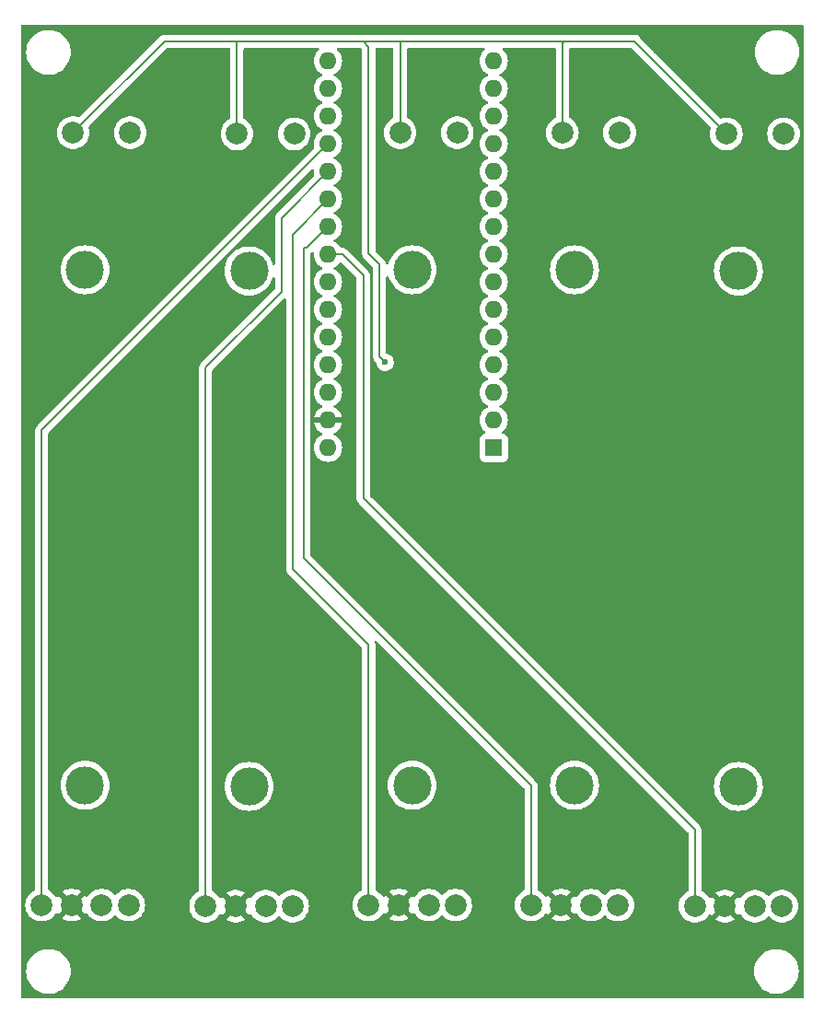
<source format=gtl>
%TF.GenerationSoftware,KiCad,Pcbnew,8.0.0*%
%TF.CreationDate,2024-06-21T00:18:55+02:00*%
%TF.ProjectId,Audio-Controller,41756469-6f2d-4436-9f6e-74726f6c6c65,rev?*%
%TF.SameCoordinates,Original*%
%TF.FileFunction,Copper,L1,Top*%
%TF.FilePolarity,Positive*%
%FSLAX46Y46*%
G04 Gerber Fmt 4.6, Leading zero omitted, Abs format (unit mm)*
G04 Created by KiCad (PCBNEW 8.0.0) date 2024-06-21 00:18:55*
%MOMM*%
%LPD*%
G01*
G04 APERTURE LIST*
%TA.AperFunction,ComponentPad*%
%ADD10C,2.000000*%
%TD*%
%TA.AperFunction,ComponentPad*%
%ADD11C,3.500000*%
%TD*%
%TA.AperFunction,ComponentPad*%
%ADD12R,1.600000X1.600000*%
%TD*%
%TA.AperFunction,ComponentPad*%
%ADD13O,1.600000X1.600000*%
%TD*%
%TA.AperFunction,ViaPad*%
%ADD14C,0.600000*%
%TD*%
%TA.AperFunction,Conductor*%
%ADD15C,0.200000*%
%TD*%
G04 APERTURE END LIST*
D10*
%TO.P,Double_Slider_Potentiometer5,1,Slider*%
%TO.N,Net-(A1-A4)*%
X110500000Y-98000000D03*
%TO.P,Double_Slider_Potentiometer5,2,0Ohm*%
%TO.N,GND*%
X113262000Y-98000000D03*
%TO.P,Double_Slider_Potentiometer5,3,Slider*%
%TO.N,unconnected-(Double_Slider_Potentiometer5-Slider-Pad3)*%
X116024000Y-98000000D03*
%TO.P,Double_Slider_Potentiometer5,4,0Ohm*%
%TO.N,unconnected-(Double_Slider_Potentiometer5-0Ohm-Pad4)*%
X118500000Y-98000000D03*
%TO.P,Double_Slider_Potentiometer5,5,MaxOhm*%
%TO.N,+5V*%
X113388000Y-27000000D03*
%TO.P,Double_Slider_Potentiometer5,6,MaxOhm*%
%TO.N,unconnected-(Double_Slider_Potentiometer5-MaxOhm-Pad6)*%
X118650000Y-27000000D03*
D11*
%TO.P,Double_Slider_Potentiometer5,7*%
%TO.N,N/C*%
X114500000Y-87000000D03*
%TO.P,Double_Slider_Potentiometer5,8*%
X114500000Y-39600000D03*
%TD*%
D12*
%TO.P,A1,1,D1/TX*%
%TO.N,unconnected-(A1-D1{slash}TX-Pad1)*%
X92000000Y-55860000D03*
D13*
%TO.P,A1,2,D0/RX*%
%TO.N,unconnected-(A1-D0{slash}RX-Pad2)*%
X92000000Y-53320000D03*
%TO.P,A1,3,~{RESET}*%
%TO.N,unconnected-(A1-~{RESET}-Pad3)*%
X92000000Y-50780000D03*
%TO.P,A1,4,GND*%
%TO.N,unconnected-(A1-GND-Pad4)*%
X92000000Y-48240000D03*
%TO.P,A1,5,D2*%
%TO.N,unconnected-(A1-D2-Pad5)*%
X92000000Y-45700000D03*
%TO.P,A1,6,D3*%
%TO.N,unconnected-(A1-D3-Pad6)*%
X92000000Y-43160000D03*
%TO.P,A1,7,D4*%
%TO.N,unconnected-(A1-D4-Pad7)*%
X92000000Y-40620000D03*
%TO.P,A1,8,D5*%
%TO.N,unconnected-(A1-D5-Pad8)*%
X92000000Y-38080000D03*
%TO.P,A1,9,D6*%
%TO.N,unconnected-(A1-D6-Pad9)*%
X92000000Y-35540000D03*
%TO.P,A1,10,D7*%
%TO.N,unconnected-(A1-D7-Pad10)*%
X92000000Y-33000000D03*
%TO.P,A1,11,D8*%
%TO.N,unconnected-(A1-D8-Pad11)*%
X92000000Y-30460000D03*
%TO.P,A1,12,D9*%
%TO.N,unconnected-(A1-D9-Pad12)*%
X92000000Y-27920000D03*
%TO.P,A1,13,D10*%
%TO.N,unconnected-(A1-D10-Pad13)*%
X92000000Y-25380000D03*
%TO.P,A1,14,D11*%
%TO.N,unconnected-(A1-D11-Pad14)*%
X92000000Y-22840000D03*
%TO.P,A1,15,D12*%
%TO.N,unconnected-(A1-D12-Pad15)*%
X92000000Y-20300000D03*
%TO.P,A1,16,D13*%
%TO.N,unconnected-(A1-D13-Pad16)*%
X76760000Y-20300000D03*
%TO.P,A1,17,3V3*%
%TO.N,unconnected-(A1-3V3-Pad17)*%
X76760000Y-22840000D03*
%TO.P,A1,18,AREF*%
%TO.N,unconnected-(A1-AREF-Pad18)*%
X76760000Y-25380000D03*
%TO.P,A1,19,A0*%
%TO.N,Net-(A1-A0)*%
X76760000Y-27920000D03*
%TO.P,A1,20,A1*%
%TO.N,Net-(A1-A1)*%
X76760000Y-30460000D03*
%TO.P,A1,21,A2*%
%TO.N,Net-(A1-A2)*%
X76760000Y-33000000D03*
%TO.P,A1,22,A3*%
%TO.N,Net-(A1-A3)*%
X76760000Y-35540000D03*
%TO.P,A1,23,A4*%
%TO.N,Net-(A1-A4)*%
X76760000Y-38080000D03*
%TO.P,A1,24,A5*%
%TO.N,unconnected-(A1-A5-Pad24)*%
X76760000Y-40620000D03*
%TO.P,A1,25,A6*%
%TO.N,unconnected-(A1-A6-Pad25)*%
X76760000Y-43160000D03*
%TO.P,A1,26,A7*%
%TO.N,unconnected-(A1-A7-Pad26)*%
X76760000Y-45700000D03*
%TO.P,A1,27,+5V*%
%TO.N,+5V*%
X76760000Y-48240000D03*
%TO.P,A1,28,~{RESET}*%
%TO.N,unconnected-(A1-~{RESET}-Pad28)*%
X76760000Y-50780000D03*
%TO.P,A1,29,GND*%
%TO.N,GND*%
X76760000Y-53320000D03*
%TO.P,A1,30,VIN*%
%TO.N,unconnected-(A1-VIN-Pad30)*%
X76760000Y-55860000D03*
%TD*%
D10*
%TO.P,Double_Slider_Potentiometer2,1,Slider*%
%TO.N,Net-(A1-A1)*%
X65500000Y-98000000D03*
%TO.P,Double_Slider_Potentiometer2,2,0Ohm*%
%TO.N,GND*%
X68262000Y-98000000D03*
%TO.P,Double_Slider_Potentiometer2,3,Slider*%
%TO.N,unconnected-(Double_Slider_Potentiometer2-Slider-Pad3)*%
X71024000Y-98000000D03*
%TO.P,Double_Slider_Potentiometer2,4,0Ohm*%
%TO.N,unconnected-(Double_Slider_Potentiometer2-0Ohm-Pad4)*%
X73500000Y-98000000D03*
%TO.P,Double_Slider_Potentiometer2,5,MaxOhm*%
%TO.N,+5V*%
X68388000Y-27000000D03*
%TO.P,Double_Slider_Potentiometer2,6,MaxOhm*%
%TO.N,unconnected-(Double_Slider_Potentiometer2-MaxOhm-Pad6)*%
X73650000Y-27000000D03*
D11*
%TO.P,Double_Slider_Potentiometer2,7*%
%TO.N,N/C*%
X69500000Y-87000000D03*
%TO.P,Double_Slider_Potentiometer2,8*%
X69500000Y-39600000D03*
%TD*%
D10*
%TO.P,Double_Slider_Potentiometer1,1,Slider*%
%TO.N,Net-(A1-A0)*%
X50425000Y-97900000D03*
%TO.P,Double_Slider_Potentiometer1,2,0Ohm*%
%TO.N,GND*%
X53187000Y-97900000D03*
%TO.P,Double_Slider_Potentiometer1,3,Slider*%
%TO.N,unconnected-(Double_Slider_Potentiometer1-Slider-Pad3)*%
X55949000Y-97900000D03*
%TO.P,Double_Slider_Potentiometer1,4,0Ohm*%
%TO.N,unconnected-(Double_Slider_Potentiometer1-0Ohm-Pad4)*%
X58425000Y-97900000D03*
%TO.P,Double_Slider_Potentiometer1,5,MaxOhm*%
%TO.N,+5V*%
X53313000Y-26900000D03*
%TO.P,Double_Slider_Potentiometer1,6,MaxOhm*%
%TO.N,unconnected-(Double_Slider_Potentiometer1-MaxOhm-Pad6)*%
X58575000Y-26900000D03*
D11*
%TO.P,Double_Slider_Potentiometer1,7*%
%TO.N,N/C*%
X54425000Y-86900000D03*
%TO.P,Double_Slider_Potentiometer1,8*%
X54425000Y-39500000D03*
%TD*%
D10*
%TO.P,Double_Slider_Potentiometer4,1,Slider*%
%TO.N,Net-(A1-A3)*%
X95425000Y-97900000D03*
%TO.P,Double_Slider_Potentiometer4,2,0Ohm*%
%TO.N,GND*%
X98187000Y-97900000D03*
%TO.P,Double_Slider_Potentiometer4,3,Slider*%
%TO.N,unconnected-(Double_Slider_Potentiometer4-Slider-Pad3)*%
X100949000Y-97900000D03*
%TO.P,Double_Slider_Potentiometer4,4,0Ohm*%
%TO.N,unconnected-(Double_Slider_Potentiometer4-0Ohm-Pad4)*%
X103425000Y-97900000D03*
%TO.P,Double_Slider_Potentiometer4,5,MaxOhm*%
%TO.N,+5V*%
X98313000Y-26900000D03*
%TO.P,Double_Slider_Potentiometer4,6,MaxOhm*%
%TO.N,unconnected-(Double_Slider_Potentiometer4-MaxOhm-Pad6)*%
X103575000Y-26900000D03*
D11*
%TO.P,Double_Slider_Potentiometer4,7*%
%TO.N,N/C*%
X99425000Y-86900000D03*
%TO.P,Double_Slider_Potentiometer4,8*%
X99425000Y-39500000D03*
%TD*%
D10*
%TO.P,Double_Slider_Potentiometer3,1,Slider*%
%TO.N,Net-(A1-A2)*%
X80500000Y-97900000D03*
%TO.P,Double_Slider_Potentiometer3,2,0Ohm*%
%TO.N,GND*%
X83262000Y-97900000D03*
%TO.P,Double_Slider_Potentiometer3,3,Slider*%
%TO.N,unconnected-(Double_Slider_Potentiometer3-Slider-Pad3)*%
X86024000Y-97900000D03*
%TO.P,Double_Slider_Potentiometer3,4,0Ohm*%
%TO.N,unconnected-(Double_Slider_Potentiometer3-0Ohm-Pad4)*%
X88500000Y-97900000D03*
%TO.P,Double_Slider_Potentiometer3,5,MaxOhm*%
%TO.N,+5V*%
X83388000Y-26900000D03*
%TO.P,Double_Slider_Potentiometer3,6,MaxOhm*%
%TO.N,unconnected-(Double_Slider_Potentiometer3-MaxOhm-Pad6)*%
X88650000Y-26900000D03*
D11*
%TO.P,Double_Slider_Potentiometer3,7*%
%TO.N,N/C*%
X84500000Y-86900000D03*
%TO.P,Double_Slider_Potentiometer3,8*%
X84500000Y-39500000D03*
%TD*%
D14*
%TO.N,+5V*%
X82000000Y-48000000D03*
%TD*%
D15*
%TO.N,Net-(A1-A4)*%
X110500000Y-91000000D02*
X80000000Y-60500000D01*
X78080000Y-38080000D02*
X76760000Y-38080000D01*
X80000000Y-40000000D02*
X78080000Y-38080000D01*
X110500000Y-98000000D02*
X110500000Y-91000000D01*
X80000000Y-60500000D02*
X80000000Y-40000000D01*
%TO.N,Net-(A1-A1)*%
X72500000Y-41500000D02*
X72500000Y-34720000D01*
X65500000Y-98000000D02*
X65500000Y-48500000D01*
X72500000Y-34720000D02*
X76760000Y-30460000D01*
X65500000Y-48500000D02*
X72500000Y-41500000D01*
%TO.N,Net-(A1-A0)*%
X50425000Y-54255000D02*
X76760000Y-27920000D01*
X50425000Y-97900000D02*
X50425000Y-54255000D01*
%TO.N,Net-(A1-A2)*%
X73500000Y-67000000D02*
X73500000Y-36260000D01*
X80500000Y-97900000D02*
X80500000Y-74000000D01*
X73500000Y-36260000D02*
X76760000Y-33000000D01*
X80500000Y-74000000D02*
X73500000Y-67000000D01*
%TO.N,Net-(A1-A3)*%
X95425000Y-86925000D02*
X95425000Y-97900000D01*
X74500000Y-37500000D02*
X74500000Y-66000000D01*
X76760000Y-35540000D02*
X74800000Y-37500000D01*
X74500000Y-66000000D02*
X95425000Y-86925000D01*
X74800000Y-37500000D02*
X74500000Y-37500000D01*
%TO.N,+5V*%
X68388000Y-27000000D02*
X68388000Y-18612000D01*
X83388000Y-18612000D02*
X83500000Y-18500000D01*
X98500000Y-18500000D02*
X105000000Y-18500000D01*
X83388000Y-26900000D02*
X83388000Y-18612000D01*
X83500000Y-18500000D02*
X98500000Y-18500000D01*
X68500000Y-18500000D02*
X80000000Y-18500000D01*
X105000000Y-18612000D02*
X113388000Y-27000000D01*
X105000000Y-18500000D02*
X105000000Y-18612000D01*
X98313000Y-18687000D02*
X98500000Y-18500000D01*
X81500000Y-47500000D02*
X82000000Y-48000000D01*
X68388000Y-18612000D02*
X68500000Y-18500000D01*
X80500000Y-19000000D02*
X80500000Y-38000000D01*
X80000000Y-18500000D02*
X80500000Y-19000000D01*
X81500000Y-39000000D02*
X81500000Y-47500000D01*
X80000000Y-18500000D02*
X83500000Y-18500000D01*
X98313000Y-26900000D02*
X98313000Y-18687000D01*
X80500000Y-38000000D02*
X81500000Y-39000000D01*
X53313000Y-26900000D02*
X61713000Y-18500000D01*
X61713000Y-18500000D02*
X68500000Y-18500000D01*
%TD*%
%TA.AperFunction,Conductor*%
%TO.N,GND*%
G36*
X120442539Y-17020185D02*
G01*
X120488294Y-17072989D01*
X120499500Y-17124500D01*
X120499500Y-106375500D01*
X120479815Y-106442539D01*
X120427011Y-106488294D01*
X120375500Y-106499500D01*
X48624500Y-106499500D01*
X48557461Y-106479815D01*
X48511706Y-106427011D01*
X48500500Y-106375500D01*
X48500500Y-104000000D01*
X48994709Y-104000000D01*
X49013851Y-104279862D01*
X49013852Y-104279864D01*
X49070921Y-104554499D01*
X49070926Y-104554516D01*
X49081075Y-104583071D01*
X49164864Y-104818830D01*
X49293919Y-105067896D01*
X49455688Y-105297069D01*
X49455692Y-105297073D01*
X49455692Y-105297074D01*
X49647154Y-105502080D01*
X49647155Y-105502081D01*
X49864754Y-105679111D01*
X49864756Y-105679112D01*
X49864757Y-105679113D01*
X50104433Y-105824863D01*
X50313257Y-105915567D01*
X50361725Y-105936620D01*
X50631839Y-106012303D01*
X50876159Y-106045884D01*
X50909741Y-106050500D01*
X50909742Y-106050500D01*
X51190259Y-106050500D01*
X51220219Y-106046381D01*
X51468161Y-106012303D01*
X51738275Y-105936620D01*
X51995568Y-105824862D01*
X52235246Y-105679111D01*
X52452845Y-105502081D01*
X52644312Y-105297069D01*
X52806081Y-105067896D01*
X52935136Y-104818830D01*
X53029075Y-104554511D01*
X53029076Y-104554504D01*
X53029078Y-104554499D01*
X53060845Y-104401626D01*
X53086148Y-104279862D01*
X53105291Y-104000000D01*
X115944709Y-104000000D01*
X115963851Y-104279862D01*
X115963852Y-104279864D01*
X116020921Y-104554499D01*
X116020926Y-104554516D01*
X116031075Y-104583071D01*
X116114864Y-104818830D01*
X116243919Y-105067896D01*
X116405688Y-105297069D01*
X116405692Y-105297073D01*
X116405692Y-105297074D01*
X116597154Y-105502080D01*
X116597155Y-105502081D01*
X116814754Y-105679111D01*
X116814756Y-105679112D01*
X116814757Y-105679113D01*
X117054433Y-105824863D01*
X117263257Y-105915567D01*
X117311725Y-105936620D01*
X117581839Y-106012303D01*
X117826159Y-106045884D01*
X117859741Y-106050500D01*
X117859742Y-106050500D01*
X118140259Y-106050500D01*
X118170219Y-106046381D01*
X118418161Y-106012303D01*
X118688275Y-105936620D01*
X118945568Y-105824862D01*
X119185246Y-105679111D01*
X119402845Y-105502081D01*
X119594312Y-105297069D01*
X119756081Y-105067896D01*
X119885136Y-104818830D01*
X119979075Y-104554511D01*
X119979076Y-104554504D01*
X119979078Y-104554499D01*
X120010845Y-104401626D01*
X120036148Y-104279862D01*
X120055291Y-104000000D01*
X120036148Y-103720138D01*
X120010845Y-103598374D01*
X119979078Y-103445500D01*
X119979073Y-103445483D01*
X119953576Y-103373742D01*
X119885136Y-103181170D01*
X119756081Y-102932104D01*
X119594312Y-102702931D01*
X119594307Y-102702925D01*
X119402845Y-102497919D01*
X119185242Y-102320886D01*
X118945566Y-102175136D01*
X118688276Y-102063380D01*
X118418166Y-101987698D01*
X118418162Y-101987697D01*
X118418161Y-101987697D01*
X118279209Y-101968598D01*
X118140259Y-101949500D01*
X118140258Y-101949500D01*
X117859742Y-101949500D01*
X117859741Y-101949500D01*
X117581839Y-101987697D01*
X117581833Y-101987698D01*
X117311723Y-102063380D01*
X117054433Y-102175136D01*
X116814757Y-102320886D01*
X116597154Y-102497919D01*
X116405692Y-102702925D01*
X116405692Y-102702926D01*
X116243919Y-102932103D01*
X116114863Y-103181171D01*
X116020926Y-103445483D01*
X116020921Y-103445500D01*
X115963852Y-103720135D01*
X115963851Y-103720137D01*
X115944709Y-104000000D01*
X53105291Y-104000000D01*
X53086148Y-103720138D01*
X53060845Y-103598374D01*
X53029078Y-103445500D01*
X53029073Y-103445483D01*
X53003576Y-103373742D01*
X52935136Y-103181170D01*
X52806081Y-102932104D01*
X52644312Y-102702931D01*
X52644307Y-102702925D01*
X52452845Y-102497919D01*
X52235242Y-102320886D01*
X51995566Y-102175136D01*
X51738276Y-102063380D01*
X51468166Y-101987698D01*
X51468162Y-101987697D01*
X51468161Y-101987697D01*
X51329209Y-101968598D01*
X51190259Y-101949500D01*
X51190258Y-101949500D01*
X50909742Y-101949500D01*
X50909741Y-101949500D01*
X50631839Y-101987697D01*
X50631833Y-101987698D01*
X50361723Y-102063380D01*
X50104433Y-102175136D01*
X49864757Y-102320886D01*
X49647154Y-102497919D01*
X49455692Y-102702925D01*
X49455692Y-102702926D01*
X49293919Y-102932103D01*
X49164863Y-103181171D01*
X49070926Y-103445483D01*
X49070921Y-103445500D01*
X49013852Y-103720135D01*
X49013851Y-103720137D01*
X48994709Y-104000000D01*
X48500500Y-104000000D01*
X48500500Y-97900005D01*
X48919357Y-97900005D01*
X48939890Y-98147812D01*
X48939892Y-98147824D01*
X49000936Y-98388881D01*
X49100826Y-98616606D01*
X49236833Y-98824782D01*
X49236835Y-98824784D01*
X49236836Y-98824785D01*
X49405256Y-99007738D01*
X49601491Y-99160474D01*
X49601493Y-99160475D01*
X49819332Y-99278364D01*
X49820190Y-99278828D01*
X50039141Y-99353994D01*
X50053964Y-99359083D01*
X50055386Y-99359571D01*
X50300665Y-99400500D01*
X50549335Y-99400500D01*
X50794614Y-99359571D01*
X51029810Y-99278828D01*
X51248509Y-99160474D01*
X51444744Y-99007738D01*
X51613164Y-98824785D01*
X51702491Y-98688059D01*
X51755635Y-98642704D01*
X51824866Y-98633280D01*
X51888202Y-98662781D01*
X51910106Y-98688060D01*
X51963563Y-98769882D01*
X51963564Y-98769882D01*
X52704037Y-98029409D01*
X52721075Y-98092993D01*
X52786901Y-98207007D01*
X52879993Y-98300099D01*
X52994007Y-98365925D01*
X53057590Y-98382962D01*
X52316942Y-99123609D01*
X52363768Y-99160055D01*
X52363770Y-99160056D01*
X52582385Y-99278364D01*
X52582396Y-99278369D01*
X52817506Y-99359083D01*
X53062707Y-99400000D01*
X53311293Y-99400000D01*
X53556493Y-99359083D01*
X53791603Y-99278369D01*
X53791614Y-99278364D01*
X54010228Y-99160057D01*
X54010231Y-99160055D01*
X54057056Y-99123609D01*
X53316409Y-98382962D01*
X53379993Y-98365925D01*
X53494007Y-98300099D01*
X53587099Y-98207007D01*
X53652925Y-98092993D01*
X53669962Y-98029410D01*
X54410434Y-98769882D01*
X54463892Y-98688060D01*
X54517038Y-98642704D01*
X54586269Y-98633280D01*
X54649605Y-98662782D01*
X54671509Y-98688060D01*
X54760836Y-98824785D01*
X54929256Y-99007738D01*
X55125491Y-99160474D01*
X55125493Y-99160475D01*
X55343332Y-99278364D01*
X55344190Y-99278828D01*
X55563141Y-99353994D01*
X55577964Y-99359083D01*
X55579386Y-99359571D01*
X55824665Y-99400500D01*
X56073335Y-99400500D01*
X56318614Y-99359571D01*
X56553810Y-99278828D01*
X56772509Y-99160474D01*
X56968744Y-99007738D01*
X57095771Y-98869748D01*
X57155657Y-98833760D01*
X57225495Y-98835860D01*
X57278227Y-98869748D01*
X57405256Y-99007738D01*
X57601491Y-99160474D01*
X57601493Y-99160475D01*
X57819332Y-99278364D01*
X57820190Y-99278828D01*
X58039141Y-99353994D01*
X58053964Y-99359083D01*
X58055386Y-99359571D01*
X58300665Y-99400500D01*
X58549335Y-99400500D01*
X58794614Y-99359571D01*
X59029810Y-99278828D01*
X59248509Y-99160474D01*
X59444744Y-99007738D01*
X59613164Y-98824785D01*
X59749173Y-98616607D01*
X59849063Y-98388881D01*
X59910108Y-98147821D01*
X59914651Y-98092993D01*
X59930643Y-97900005D01*
X59930643Y-97899994D01*
X59910109Y-97652187D01*
X59910107Y-97652175D01*
X59849063Y-97411118D01*
X59749173Y-97183393D01*
X59613166Y-96975217D01*
X59536800Y-96892262D01*
X59444744Y-96792262D01*
X59248509Y-96639526D01*
X59248507Y-96639525D01*
X59248506Y-96639524D01*
X59029811Y-96521172D01*
X59029802Y-96521169D01*
X58794616Y-96440429D01*
X58549335Y-96399500D01*
X58300665Y-96399500D01*
X58055383Y-96440429D01*
X57820197Y-96521169D01*
X57820188Y-96521172D01*
X57601493Y-96639524D01*
X57405257Y-96792261D01*
X57278230Y-96930249D01*
X57218342Y-96966240D01*
X57148504Y-96964139D01*
X57095770Y-96930249D01*
X57060800Y-96892262D01*
X56968744Y-96792262D01*
X56772509Y-96639526D01*
X56772507Y-96639525D01*
X56772506Y-96639524D01*
X56553811Y-96521172D01*
X56553802Y-96521169D01*
X56318616Y-96440429D01*
X56073335Y-96399500D01*
X55824665Y-96399500D01*
X55579383Y-96440429D01*
X55344197Y-96521169D01*
X55344188Y-96521172D01*
X55125493Y-96639524D01*
X54949648Y-96776390D01*
X54929256Y-96792262D01*
X54837200Y-96892262D01*
X54760836Y-96975215D01*
X54671510Y-97111939D01*
X54618363Y-97157295D01*
X54549132Y-97166719D01*
X54485796Y-97137217D01*
X54463893Y-97111939D01*
X54410434Y-97030116D01*
X53669962Y-97770589D01*
X53652925Y-97707007D01*
X53587099Y-97592993D01*
X53494007Y-97499901D01*
X53379993Y-97434075D01*
X53316410Y-97417037D01*
X54057057Y-96676390D01*
X54057056Y-96676389D01*
X54010229Y-96639943D01*
X53791614Y-96521635D01*
X53791603Y-96521630D01*
X53556493Y-96440916D01*
X53311293Y-96400000D01*
X53062707Y-96400000D01*
X52817506Y-96440916D01*
X52582396Y-96521630D01*
X52582390Y-96521632D01*
X52363761Y-96639949D01*
X52316942Y-96676388D01*
X52316942Y-96676390D01*
X53057590Y-97417037D01*
X52994007Y-97434075D01*
X52879993Y-97499901D01*
X52786901Y-97592993D01*
X52721075Y-97707007D01*
X52704037Y-97770589D01*
X51963564Y-97030116D01*
X51963563Y-97030116D01*
X51910106Y-97111939D01*
X51856960Y-97157295D01*
X51787729Y-97166719D01*
X51724393Y-97137217D01*
X51702489Y-97111938D01*
X51613166Y-96975217D01*
X51536800Y-96892262D01*
X51444744Y-96792262D01*
X51248509Y-96639526D01*
X51248507Y-96639525D01*
X51248506Y-96639524D01*
X51090482Y-96554006D01*
X51040892Y-96504786D01*
X51025500Y-96444951D01*
X51025500Y-86900007D01*
X52169671Y-86900007D01*
X52188964Y-87194363D01*
X52188965Y-87194373D01*
X52188966Y-87194380D01*
X52188968Y-87194390D01*
X52246518Y-87483716D01*
X52246521Y-87483730D01*
X52341349Y-87763080D01*
X52471825Y-88027660D01*
X52471829Y-88027667D01*
X52635725Y-88272955D01*
X52830241Y-88494758D01*
X53052043Y-88689273D01*
X53297335Y-88853172D01*
X53561923Y-88983652D01*
X53841278Y-89078481D01*
X54130620Y-89136034D01*
X54158888Y-89137886D01*
X54424993Y-89155329D01*
X54425000Y-89155329D01*
X54425007Y-89155329D01*
X54660675Y-89139881D01*
X54719380Y-89136034D01*
X55008722Y-89078481D01*
X55288077Y-88983652D01*
X55552665Y-88853172D01*
X55797957Y-88689273D01*
X56019758Y-88494758D01*
X56214273Y-88272957D01*
X56378172Y-88027665D01*
X56508652Y-87763077D01*
X56603481Y-87483722D01*
X56661034Y-87194380D01*
X56672854Y-87014047D01*
X56680329Y-86900007D01*
X56680329Y-86899992D01*
X56661035Y-86605636D01*
X56661034Y-86605620D01*
X56603481Y-86316278D01*
X56508652Y-86036923D01*
X56378172Y-85772336D01*
X56214273Y-85527043D01*
X56107455Y-85405241D01*
X56019758Y-85305241D01*
X55797955Y-85110725D01*
X55552667Y-84946829D01*
X55552660Y-84946825D01*
X55288080Y-84816349D01*
X55008730Y-84721521D01*
X55008724Y-84721519D01*
X55008722Y-84721519D01*
X54719380Y-84663966D01*
X54719373Y-84663965D01*
X54719363Y-84663964D01*
X54425007Y-84644671D01*
X54424993Y-84644671D01*
X54130636Y-84663964D01*
X54130624Y-84663965D01*
X54130620Y-84663966D01*
X54130612Y-84663967D01*
X54130609Y-84663968D01*
X53841283Y-84721518D01*
X53841269Y-84721521D01*
X53561919Y-84816349D01*
X53297334Y-84946828D01*
X53052041Y-85110728D01*
X52830241Y-85305241D01*
X52635728Y-85527041D01*
X52471828Y-85772334D01*
X52341349Y-86036919D01*
X52246521Y-86316269D01*
X52246518Y-86316283D01*
X52188968Y-86605609D01*
X52188964Y-86605636D01*
X52169671Y-86899992D01*
X52169671Y-86900007D01*
X51025500Y-86900007D01*
X51025500Y-54555096D01*
X51045185Y-54488057D01*
X51061814Y-54467420D01*
X75250573Y-30278660D01*
X75311894Y-30245177D01*
X75381586Y-30250161D01*
X75437519Y-30292033D01*
X75461936Y-30357497D01*
X75461780Y-30377150D01*
X75454532Y-30459997D01*
X75454532Y-30460001D01*
X75474364Y-30686686D01*
X75474366Y-30686697D01*
X75500152Y-30782931D01*
X75498489Y-30852781D01*
X75468058Y-30902705D01*
X72131286Y-34239478D01*
X72019481Y-34351282D01*
X72019479Y-34351285D01*
X71985910Y-34409430D01*
X71985909Y-34409432D01*
X71940423Y-34488214D01*
X71940423Y-34488215D01*
X71899499Y-34640943D01*
X71899499Y-34640945D01*
X71899499Y-34809046D01*
X71899500Y-34809059D01*
X71899500Y-38916322D01*
X71879815Y-38983361D01*
X71827011Y-39029116D01*
X71757853Y-39039060D01*
X71694297Y-39010035D01*
X71658081Y-38956181D01*
X71618183Y-38838647D01*
X71583652Y-38736923D01*
X71453172Y-38472336D01*
X71289273Y-38227043D01*
X71201575Y-38127043D01*
X71094758Y-38005241D01*
X70872955Y-37810725D01*
X70627667Y-37646829D01*
X70627660Y-37646825D01*
X70363080Y-37516349D01*
X70083730Y-37421521D01*
X70083724Y-37421519D01*
X70083722Y-37421519D01*
X69794380Y-37363966D01*
X69794373Y-37363965D01*
X69794363Y-37363964D01*
X69500007Y-37344671D01*
X69499993Y-37344671D01*
X69205636Y-37363964D01*
X69205624Y-37363965D01*
X69205620Y-37363966D01*
X69205612Y-37363967D01*
X69205609Y-37363968D01*
X68916283Y-37421518D01*
X68916269Y-37421521D01*
X68636919Y-37516349D01*
X68372334Y-37646828D01*
X68127041Y-37810728D01*
X67905241Y-38005241D01*
X67710728Y-38227041D01*
X67546828Y-38472334D01*
X67416349Y-38736919D01*
X67321521Y-39016269D01*
X67321518Y-39016283D01*
X67263968Y-39305609D01*
X67263964Y-39305636D01*
X67244671Y-39599992D01*
X67244671Y-39600007D01*
X67263964Y-39894363D01*
X67263965Y-39894373D01*
X67263966Y-39894380D01*
X67263968Y-39894390D01*
X67321518Y-40183716D01*
X67321521Y-40183730D01*
X67416349Y-40463080D01*
X67546825Y-40727660D01*
X67546829Y-40727667D01*
X67710725Y-40972955D01*
X67905241Y-41194758D01*
X68127044Y-41389274D01*
X68372332Y-41553170D01*
X68372335Y-41553172D01*
X68636923Y-41683652D01*
X68916278Y-41778481D01*
X69205620Y-41836034D01*
X69233888Y-41837886D01*
X69499993Y-41855329D01*
X69500000Y-41855329D01*
X69500007Y-41855329D01*
X69735675Y-41839881D01*
X69794380Y-41836034D01*
X70083722Y-41778481D01*
X70363077Y-41683652D01*
X70627665Y-41553172D01*
X70872957Y-41389273D01*
X71094758Y-41194758D01*
X71289273Y-40972957D01*
X71453172Y-40727665D01*
X71583652Y-40463077D01*
X71658081Y-40243818D01*
X71698270Y-40186664D01*
X71762979Y-40160311D01*
X71831664Y-40173125D01*
X71882517Y-40221039D01*
X71899500Y-40283677D01*
X71899500Y-41199902D01*
X71879815Y-41266941D01*
X71863181Y-41287583D01*
X65019481Y-48131282D01*
X65019479Y-48131285D01*
X64969361Y-48218094D01*
X64969359Y-48218096D01*
X64940425Y-48268209D01*
X64940424Y-48268210D01*
X64940423Y-48268215D01*
X64899499Y-48420943D01*
X64899499Y-48420945D01*
X64899499Y-48589046D01*
X64899500Y-48589059D01*
X64899500Y-96544951D01*
X64879815Y-96611990D01*
X64834518Y-96654006D01*
X64676493Y-96739524D01*
X64480257Y-96892261D01*
X64311833Y-97075217D01*
X64175826Y-97283393D01*
X64075936Y-97511118D01*
X64014892Y-97752175D01*
X64014890Y-97752187D01*
X63994357Y-97999994D01*
X63994357Y-98000005D01*
X64014890Y-98247812D01*
X64014892Y-98247824D01*
X64075936Y-98488881D01*
X64175826Y-98716606D01*
X64311833Y-98924782D01*
X64311835Y-98924784D01*
X64311836Y-98924785D01*
X64480256Y-99107738D01*
X64676491Y-99260474D01*
X64676493Y-99260475D01*
X64894332Y-99378364D01*
X64895190Y-99378828D01*
X65114141Y-99453994D01*
X65128964Y-99459083D01*
X65130386Y-99459571D01*
X65375665Y-99500500D01*
X65624335Y-99500500D01*
X65869614Y-99459571D01*
X66104810Y-99378828D01*
X66323509Y-99260474D01*
X66519744Y-99107738D01*
X66688164Y-98924785D01*
X66777491Y-98788059D01*
X66830635Y-98742704D01*
X66899866Y-98733280D01*
X66963202Y-98762781D01*
X66985106Y-98788060D01*
X67038563Y-98869882D01*
X67038564Y-98869882D01*
X67779037Y-98129409D01*
X67796075Y-98192993D01*
X67861901Y-98307007D01*
X67954993Y-98400099D01*
X68069007Y-98465925D01*
X68132590Y-98482962D01*
X67391942Y-99223609D01*
X67438768Y-99260055D01*
X67438770Y-99260056D01*
X67657385Y-99378364D01*
X67657396Y-99378369D01*
X67892506Y-99459083D01*
X68137707Y-99500000D01*
X68386293Y-99500000D01*
X68631493Y-99459083D01*
X68866603Y-99378369D01*
X68866614Y-99378364D01*
X69085228Y-99260057D01*
X69085231Y-99260055D01*
X69132056Y-99223609D01*
X68391409Y-98482962D01*
X68454993Y-98465925D01*
X68569007Y-98400099D01*
X68662099Y-98307007D01*
X68727925Y-98192993D01*
X68744962Y-98129410D01*
X69485434Y-98869882D01*
X69538892Y-98788060D01*
X69592038Y-98742704D01*
X69661269Y-98733280D01*
X69724605Y-98762782D01*
X69746509Y-98788060D01*
X69835836Y-98924785D01*
X70004256Y-99107738D01*
X70200491Y-99260474D01*
X70200493Y-99260475D01*
X70418332Y-99378364D01*
X70419190Y-99378828D01*
X70638141Y-99453994D01*
X70652964Y-99459083D01*
X70654386Y-99459571D01*
X70899665Y-99500500D01*
X71148335Y-99500500D01*
X71393614Y-99459571D01*
X71628810Y-99378828D01*
X71847509Y-99260474D01*
X72043744Y-99107738D01*
X72170771Y-98969748D01*
X72230657Y-98933760D01*
X72300495Y-98935860D01*
X72353227Y-98969748D01*
X72480256Y-99107738D01*
X72676491Y-99260474D01*
X72676493Y-99260475D01*
X72894332Y-99378364D01*
X72895190Y-99378828D01*
X73114141Y-99453994D01*
X73128964Y-99459083D01*
X73130386Y-99459571D01*
X73375665Y-99500500D01*
X73624335Y-99500500D01*
X73869614Y-99459571D01*
X74104810Y-99378828D01*
X74323509Y-99260474D01*
X74519744Y-99107738D01*
X74688164Y-98924785D01*
X74824173Y-98716607D01*
X74924063Y-98488881D01*
X74985108Y-98247821D01*
X74993394Y-98147824D01*
X75005643Y-98000005D01*
X75005643Y-97999994D01*
X74985109Y-97752187D01*
X74985107Y-97752175D01*
X74924063Y-97511118D01*
X74824173Y-97283393D01*
X74688166Y-97075217D01*
X74596109Y-96975217D01*
X74519744Y-96892262D01*
X74323509Y-96739526D01*
X74323507Y-96739525D01*
X74323506Y-96739524D01*
X74104811Y-96621172D01*
X74104802Y-96621169D01*
X73869616Y-96540429D01*
X73624335Y-96499500D01*
X73375665Y-96499500D01*
X73130383Y-96540429D01*
X72895197Y-96621169D01*
X72895188Y-96621172D01*
X72676493Y-96739524D01*
X72480257Y-96892261D01*
X72353230Y-97030249D01*
X72293342Y-97066240D01*
X72223504Y-97064139D01*
X72170770Y-97030249D01*
X72120109Y-96975217D01*
X72043744Y-96892262D01*
X71847509Y-96739526D01*
X71847507Y-96739525D01*
X71847506Y-96739524D01*
X71628811Y-96621172D01*
X71628802Y-96621169D01*
X71393616Y-96540429D01*
X71148335Y-96499500D01*
X70899665Y-96499500D01*
X70654383Y-96540429D01*
X70419197Y-96621169D01*
X70419188Y-96621172D01*
X70200493Y-96739524D01*
X70004257Y-96892261D01*
X70004256Y-96892262D01*
X69927892Y-96975215D01*
X69835836Y-97075215D01*
X69746510Y-97211939D01*
X69693363Y-97257295D01*
X69624132Y-97266719D01*
X69560796Y-97237217D01*
X69538893Y-97211939D01*
X69485434Y-97130116D01*
X68744962Y-97870589D01*
X68727925Y-97807007D01*
X68662099Y-97692993D01*
X68569007Y-97599901D01*
X68454993Y-97534075D01*
X68391410Y-97517037D01*
X69132057Y-96776390D01*
X69132056Y-96776389D01*
X69085229Y-96739943D01*
X68866614Y-96621635D01*
X68866603Y-96621630D01*
X68631493Y-96540916D01*
X68386293Y-96500000D01*
X68137707Y-96500000D01*
X67892506Y-96540916D01*
X67657396Y-96621630D01*
X67657390Y-96621632D01*
X67438761Y-96739949D01*
X67391942Y-96776388D01*
X67391942Y-96776390D01*
X68132590Y-97517037D01*
X68069007Y-97534075D01*
X67954993Y-97599901D01*
X67861901Y-97692993D01*
X67796075Y-97807007D01*
X67779037Y-97870589D01*
X67038564Y-97130116D01*
X67038563Y-97130116D01*
X66985106Y-97211939D01*
X66931960Y-97257295D01*
X66862729Y-97266719D01*
X66799393Y-97237217D01*
X66777489Y-97211938D01*
X66688166Y-97075217D01*
X66596109Y-96975217D01*
X66519744Y-96892262D01*
X66323509Y-96739526D01*
X66323507Y-96739525D01*
X66323506Y-96739524D01*
X66165482Y-96654006D01*
X66115892Y-96604786D01*
X66100500Y-96544951D01*
X66100500Y-87000007D01*
X67244671Y-87000007D01*
X67263964Y-87294363D01*
X67263965Y-87294373D01*
X67263966Y-87294380D01*
X67263968Y-87294390D01*
X67321518Y-87583716D01*
X67321521Y-87583730D01*
X67416349Y-87863080D01*
X67546825Y-88127660D01*
X67546829Y-88127667D01*
X67710725Y-88372955D01*
X67905241Y-88594758D01*
X68127044Y-88789274D01*
X68372332Y-88953170D01*
X68372335Y-88953172D01*
X68636923Y-89083652D01*
X68916278Y-89178481D01*
X69205620Y-89236034D01*
X69233888Y-89237886D01*
X69499993Y-89255329D01*
X69500000Y-89255329D01*
X69500007Y-89255329D01*
X69735675Y-89239881D01*
X69794380Y-89236034D01*
X70083722Y-89178481D01*
X70363077Y-89083652D01*
X70627665Y-88953172D01*
X70872957Y-88789273D01*
X71094758Y-88594758D01*
X71289273Y-88372957D01*
X71453172Y-88127665D01*
X71583652Y-87863077D01*
X71678481Y-87583722D01*
X71736034Y-87294380D01*
X71742588Y-87194390D01*
X71755329Y-87000007D01*
X71755329Y-86999992D01*
X71736035Y-86705636D01*
X71736034Y-86705620D01*
X71678481Y-86416278D01*
X71583652Y-86136923D01*
X71453172Y-85872336D01*
X71289273Y-85627043D01*
X71201575Y-85527043D01*
X71094758Y-85405241D01*
X70872955Y-85210725D01*
X70627667Y-85046829D01*
X70627660Y-85046825D01*
X70363080Y-84916349D01*
X70083730Y-84821521D01*
X70083724Y-84821519D01*
X70083722Y-84821519D01*
X69794380Y-84763966D01*
X69794373Y-84763965D01*
X69794363Y-84763964D01*
X69500007Y-84744671D01*
X69499993Y-84744671D01*
X69205636Y-84763964D01*
X69205624Y-84763965D01*
X69205620Y-84763966D01*
X69205612Y-84763967D01*
X69205609Y-84763968D01*
X68916283Y-84821518D01*
X68916269Y-84821521D01*
X68636919Y-84916349D01*
X68372334Y-85046828D01*
X68127041Y-85210728D01*
X67905241Y-85405241D01*
X67710728Y-85627041D01*
X67546828Y-85872334D01*
X67416349Y-86136919D01*
X67321521Y-86416269D01*
X67321518Y-86416283D01*
X67263968Y-86705609D01*
X67263964Y-86705636D01*
X67244671Y-86999992D01*
X67244671Y-87000007D01*
X66100500Y-87000007D01*
X66100500Y-48800096D01*
X66120185Y-48733057D01*
X66136814Y-48712420D01*
X72687819Y-42161414D01*
X72749142Y-42127930D01*
X72818834Y-42132914D01*
X72874767Y-42174786D01*
X72899184Y-42240250D01*
X72899500Y-42249096D01*
X72899500Y-66913330D01*
X72899499Y-66913348D01*
X72899499Y-67079054D01*
X72899498Y-67079054D01*
X72940423Y-67231785D01*
X72969358Y-67281900D01*
X72969359Y-67281904D01*
X72969360Y-67281904D01*
X73019479Y-67368714D01*
X73019481Y-67368717D01*
X73138349Y-67487585D01*
X73138355Y-67487590D01*
X79863181Y-74212416D01*
X79896666Y-74273739D01*
X79899500Y-74300097D01*
X79899500Y-96444951D01*
X79879815Y-96511990D01*
X79834518Y-96554006D01*
X79676493Y-96639524D01*
X79480257Y-96792261D01*
X79311833Y-96975217D01*
X79175826Y-97183393D01*
X79075936Y-97411118D01*
X79014892Y-97652175D01*
X79014890Y-97652187D01*
X78994357Y-97899994D01*
X78994357Y-97900005D01*
X79014890Y-98147812D01*
X79014892Y-98147824D01*
X79075936Y-98388881D01*
X79175826Y-98616606D01*
X79311833Y-98824782D01*
X79311835Y-98824784D01*
X79311836Y-98824785D01*
X79480256Y-99007738D01*
X79676491Y-99160474D01*
X79676493Y-99160475D01*
X79894332Y-99278364D01*
X79895190Y-99278828D01*
X80114141Y-99353994D01*
X80128964Y-99359083D01*
X80130386Y-99359571D01*
X80375665Y-99400500D01*
X80624335Y-99400500D01*
X80869614Y-99359571D01*
X81104810Y-99278828D01*
X81323509Y-99160474D01*
X81519744Y-99007738D01*
X81688164Y-98824785D01*
X81777491Y-98688059D01*
X81830635Y-98642704D01*
X81899866Y-98633280D01*
X81963202Y-98662781D01*
X81985106Y-98688060D01*
X82038563Y-98769882D01*
X82038564Y-98769882D01*
X82779037Y-98029409D01*
X82796075Y-98092993D01*
X82861901Y-98207007D01*
X82954993Y-98300099D01*
X83069007Y-98365925D01*
X83132590Y-98382962D01*
X82391942Y-99123609D01*
X82438768Y-99160055D01*
X82438770Y-99160056D01*
X82657385Y-99278364D01*
X82657396Y-99278369D01*
X82892506Y-99359083D01*
X83137707Y-99400000D01*
X83386293Y-99400000D01*
X83631493Y-99359083D01*
X83866603Y-99278369D01*
X83866614Y-99278364D01*
X84085228Y-99160057D01*
X84085231Y-99160055D01*
X84132056Y-99123609D01*
X83391409Y-98382962D01*
X83454993Y-98365925D01*
X83569007Y-98300099D01*
X83662099Y-98207007D01*
X83727925Y-98092993D01*
X83744962Y-98029410D01*
X84485434Y-98769882D01*
X84538892Y-98688060D01*
X84592038Y-98642704D01*
X84661269Y-98633280D01*
X84724605Y-98662782D01*
X84746509Y-98688060D01*
X84835836Y-98824785D01*
X85004256Y-99007738D01*
X85200491Y-99160474D01*
X85200493Y-99160475D01*
X85418332Y-99278364D01*
X85419190Y-99278828D01*
X85638141Y-99353994D01*
X85652964Y-99359083D01*
X85654386Y-99359571D01*
X85899665Y-99400500D01*
X86148335Y-99400500D01*
X86393614Y-99359571D01*
X86628810Y-99278828D01*
X86847509Y-99160474D01*
X87043744Y-99007738D01*
X87170771Y-98869748D01*
X87230657Y-98833760D01*
X87300495Y-98835860D01*
X87353227Y-98869748D01*
X87480256Y-99007738D01*
X87676491Y-99160474D01*
X87676493Y-99160475D01*
X87894332Y-99278364D01*
X87895190Y-99278828D01*
X88114141Y-99353994D01*
X88128964Y-99359083D01*
X88130386Y-99359571D01*
X88375665Y-99400500D01*
X88624335Y-99400500D01*
X88869614Y-99359571D01*
X89104810Y-99278828D01*
X89323509Y-99160474D01*
X89519744Y-99007738D01*
X89688164Y-98824785D01*
X89824173Y-98616607D01*
X89924063Y-98388881D01*
X89985108Y-98147821D01*
X89989651Y-98092993D01*
X90005643Y-97900005D01*
X90005643Y-97899994D01*
X89985109Y-97652187D01*
X89985107Y-97652175D01*
X89924063Y-97411118D01*
X89824173Y-97183393D01*
X89688166Y-96975217D01*
X89611800Y-96892262D01*
X89519744Y-96792262D01*
X89323509Y-96639526D01*
X89323507Y-96639525D01*
X89323506Y-96639524D01*
X89104811Y-96521172D01*
X89104802Y-96521169D01*
X88869616Y-96440429D01*
X88624335Y-96399500D01*
X88375665Y-96399500D01*
X88130383Y-96440429D01*
X87895197Y-96521169D01*
X87895188Y-96521172D01*
X87676493Y-96639524D01*
X87480257Y-96792261D01*
X87353230Y-96930249D01*
X87293342Y-96966240D01*
X87223504Y-96964139D01*
X87170770Y-96930249D01*
X87135800Y-96892262D01*
X87043744Y-96792262D01*
X86847509Y-96639526D01*
X86847507Y-96639525D01*
X86847506Y-96639524D01*
X86628811Y-96521172D01*
X86628802Y-96521169D01*
X86393616Y-96440429D01*
X86148335Y-96399500D01*
X85899665Y-96399500D01*
X85654383Y-96440429D01*
X85419197Y-96521169D01*
X85419188Y-96521172D01*
X85200493Y-96639524D01*
X85024648Y-96776390D01*
X85004256Y-96792262D01*
X84912200Y-96892262D01*
X84835836Y-96975215D01*
X84746510Y-97111939D01*
X84693363Y-97157295D01*
X84624132Y-97166719D01*
X84560796Y-97137217D01*
X84538893Y-97111939D01*
X84485434Y-97030116D01*
X83744962Y-97770589D01*
X83727925Y-97707007D01*
X83662099Y-97592993D01*
X83569007Y-97499901D01*
X83454993Y-97434075D01*
X83391410Y-97417037D01*
X84132057Y-96676390D01*
X84132056Y-96676389D01*
X84085229Y-96639943D01*
X83866614Y-96521635D01*
X83866603Y-96521630D01*
X83631493Y-96440916D01*
X83386293Y-96400000D01*
X83137707Y-96400000D01*
X82892506Y-96440916D01*
X82657396Y-96521630D01*
X82657390Y-96521632D01*
X82438761Y-96639949D01*
X82391942Y-96676388D01*
X82391942Y-96676390D01*
X83132590Y-97417037D01*
X83069007Y-97434075D01*
X82954993Y-97499901D01*
X82861901Y-97592993D01*
X82796075Y-97707007D01*
X82779037Y-97770589D01*
X82038564Y-97030116D01*
X82038563Y-97030116D01*
X81985106Y-97111939D01*
X81931960Y-97157295D01*
X81862729Y-97166719D01*
X81799393Y-97137217D01*
X81777489Y-97111938D01*
X81688166Y-96975217D01*
X81611800Y-96892262D01*
X81519744Y-96792262D01*
X81323509Y-96639526D01*
X81323507Y-96639525D01*
X81323506Y-96639524D01*
X81165482Y-96554006D01*
X81115892Y-96504786D01*
X81100500Y-96444951D01*
X81100500Y-86900007D01*
X82244671Y-86900007D01*
X82263964Y-87194363D01*
X82263965Y-87194373D01*
X82263966Y-87194380D01*
X82263968Y-87194390D01*
X82321518Y-87483716D01*
X82321521Y-87483730D01*
X82416349Y-87763080D01*
X82546825Y-88027660D01*
X82546829Y-88027667D01*
X82710725Y-88272955D01*
X82905241Y-88494758D01*
X83127043Y-88689273D01*
X83372335Y-88853172D01*
X83636923Y-88983652D01*
X83916278Y-89078481D01*
X84205620Y-89136034D01*
X84233888Y-89137886D01*
X84499993Y-89155329D01*
X84500000Y-89155329D01*
X84500007Y-89155329D01*
X84735675Y-89139881D01*
X84794380Y-89136034D01*
X85083722Y-89078481D01*
X85363077Y-88983652D01*
X85627665Y-88853172D01*
X85872957Y-88689273D01*
X86094758Y-88494758D01*
X86289273Y-88272957D01*
X86453172Y-88027665D01*
X86583652Y-87763077D01*
X86678481Y-87483722D01*
X86736034Y-87194380D01*
X86747854Y-87014047D01*
X86755329Y-86900007D01*
X86755329Y-86899992D01*
X86736035Y-86605636D01*
X86736034Y-86605620D01*
X86678481Y-86316278D01*
X86583652Y-86036923D01*
X86453172Y-85772336D01*
X86289273Y-85527043D01*
X86182455Y-85405241D01*
X86094758Y-85305241D01*
X85872955Y-85110725D01*
X85627667Y-84946829D01*
X85627660Y-84946825D01*
X85363080Y-84816349D01*
X85083730Y-84721521D01*
X85083724Y-84721519D01*
X85083722Y-84721519D01*
X84794380Y-84663966D01*
X84794373Y-84663965D01*
X84794363Y-84663964D01*
X84500007Y-84644671D01*
X84499993Y-84644671D01*
X84205636Y-84663964D01*
X84205624Y-84663965D01*
X84205620Y-84663966D01*
X84205612Y-84663967D01*
X84205609Y-84663968D01*
X83916283Y-84721518D01*
X83916269Y-84721521D01*
X83636919Y-84816349D01*
X83372334Y-84946828D01*
X83127041Y-85110728D01*
X82905241Y-85305241D01*
X82710728Y-85527041D01*
X82546828Y-85772334D01*
X82416349Y-86036919D01*
X82321521Y-86316269D01*
X82321518Y-86316283D01*
X82263968Y-86605609D01*
X82263964Y-86605636D01*
X82244671Y-86899992D01*
X82244671Y-86900007D01*
X81100500Y-86900007D01*
X81100500Y-74089059D01*
X81100501Y-74089046D01*
X81100501Y-73920945D01*
X81100501Y-73920943D01*
X81059577Y-73768215D01*
X81039557Y-73733542D01*
X81023084Y-73665643D01*
X81045935Y-73599616D01*
X81100855Y-73556424D01*
X81170409Y-73549781D01*
X81232512Y-73581796D01*
X81234625Y-73583860D01*
X94788181Y-87137416D01*
X94821666Y-87198739D01*
X94824500Y-87225097D01*
X94824500Y-96444951D01*
X94804815Y-96511990D01*
X94759518Y-96554006D01*
X94601493Y-96639524D01*
X94405257Y-96792261D01*
X94236833Y-96975217D01*
X94100826Y-97183393D01*
X94000936Y-97411118D01*
X93939892Y-97652175D01*
X93939890Y-97652187D01*
X93919357Y-97899994D01*
X93919357Y-97900005D01*
X93939890Y-98147812D01*
X93939892Y-98147824D01*
X94000936Y-98388881D01*
X94100826Y-98616606D01*
X94236833Y-98824782D01*
X94236835Y-98824784D01*
X94236836Y-98824785D01*
X94405256Y-99007738D01*
X94601491Y-99160474D01*
X94601493Y-99160475D01*
X94819332Y-99278364D01*
X94820190Y-99278828D01*
X95039141Y-99353994D01*
X95053964Y-99359083D01*
X95055386Y-99359571D01*
X95300665Y-99400500D01*
X95549335Y-99400500D01*
X95794614Y-99359571D01*
X96029810Y-99278828D01*
X96248509Y-99160474D01*
X96444744Y-99007738D01*
X96613164Y-98824785D01*
X96702491Y-98688059D01*
X96755635Y-98642704D01*
X96824866Y-98633280D01*
X96888202Y-98662781D01*
X96910106Y-98688060D01*
X96963563Y-98769882D01*
X96963564Y-98769882D01*
X97704037Y-98029409D01*
X97721075Y-98092993D01*
X97786901Y-98207007D01*
X97879993Y-98300099D01*
X97994007Y-98365925D01*
X98057590Y-98382962D01*
X97316942Y-99123609D01*
X97363768Y-99160055D01*
X97363770Y-99160056D01*
X97582385Y-99278364D01*
X97582396Y-99278369D01*
X97817506Y-99359083D01*
X98062707Y-99400000D01*
X98311293Y-99400000D01*
X98556493Y-99359083D01*
X98791603Y-99278369D01*
X98791614Y-99278364D01*
X99010228Y-99160057D01*
X99010231Y-99160055D01*
X99057056Y-99123609D01*
X98316409Y-98382962D01*
X98379993Y-98365925D01*
X98494007Y-98300099D01*
X98587099Y-98207007D01*
X98652925Y-98092993D01*
X98669962Y-98029410D01*
X99410434Y-98769882D01*
X99463892Y-98688060D01*
X99517038Y-98642704D01*
X99586269Y-98633280D01*
X99649605Y-98662782D01*
X99671509Y-98688060D01*
X99760836Y-98824785D01*
X99929256Y-99007738D01*
X100125491Y-99160474D01*
X100125493Y-99160475D01*
X100343332Y-99278364D01*
X100344190Y-99278828D01*
X100563141Y-99353994D01*
X100577964Y-99359083D01*
X100579386Y-99359571D01*
X100824665Y-99400500D01*
X101073335Y-99400500D01*
X101318614Y-99359571D01*
X101553810Y-99278828D01*
X101772509Y-99160474D01*
X101968744Y-99007738D01*
X102095771Y-98869748D01*
X102155657Y-98833760D01*
X102225495Y-98835860D01*
X102278227Y-98869748D01*
X102405256Y-99007738D01*
X102601491Y-99160474D01*
X102601493Y-99160475D01*
X102819332Y-99278364D01*
X102820190Y-99278828D01*
X103039141Y-99353994D01*
X103053964Y-99359083D01*
X103055386Y-99359571D01*
X103300665Y-99400500D01*
X103549335Y-99400500D01*
X103794614Y-99359571D01*
X104029810Y-99278828D01*
X104248509Y-99160474D01*
X104444744Y-99007738D01*
X104613164Y-98824785D01*
X104749173Y-98616607D01*
X104849063Y-98388881D01*
X104910108Y-98147821D01*
X104914651Y-98092993D01*
X104930643Y-97900005D01*
X104930643Y-97899994D01*
X104910109Y-97652187D01*
X104910107Y-97652175D01*
X104849063Y-97411118D01*
X104749173Y-97183393D01*
X104613166Y-96975217D01*
X104536800Y-96892262D01*
X104444744Y-96792262D01*
X104248509Y-96639526D01*
X104248507Y-96639525D01*
X104248506Y-96639524D01*
X104029811Y-96521172D01*
X104029802Y-96521169D01*
X103794616Y-96440429D01*
X103549335Y-96399500D01*
X103300665Y-96399500D01*
X103055383Y-96440429D01*
X102820197Y-96521169D01*
X102820188Y-96521172D01*
X102601493Y-96639524D01*
X102405257Y-96792261D01*
X102278230Y-96930249D01*
X102218342Y-96966240D01*
X102148504Y-96964139D01*
X102095770Y-96930249D01*
X102060800Y-96892262D01*
X101968744Y-96792262D01*
X101772509Y-96639526D01*
X101772507Y-96639525D01*
X101772506Y-96639524D01*
X101553811Y-96521172D01*
X101553802Y-96521169D01*
X101318616Y-96440429D01*
X101073335Y-96399500D01*
X100824665Y-96399500D01*
X100579383Y-96440429D01*
X100344197Y-96521169D01*
X100344188Y-96521172D01*
X100125493Y-96639524D01*
X99949648Y-96776390D01*
X99929256Y-96792262D01*
X99837200Y-96892262D01*
X99760836Y-96975215D01*
X99671510Y-97111939D01*
X99618363Y-97157295D01*
X99549132Y-97166719D01*
X99485796Y-97137217D01*
X99463893Y-97111939D01*
X99410434Y-97030116D01*
X98669962Y-97770589D01*
X98652925Y-97707007D01*
X98587099Y-97592993D01*
X98494007Y-97499901D01*
X98379993Y-97434075D01*
X98316410Y-97417037D01*
X99057057Y-96676390D01*
X99057056Y-96676389D01*
X99010229Y-96639943D01*
X98791614Y-96521635D01*
X98791603Y-96521630D01*
X98556493Y-96440916D01*
X98311293Y-96400000D01*
X98062707Y-96400000D01*
X97817506Y-96440916D01*
X97582396Y-96521630D01*
X97582390Y-96521632D01*
X97363761Y-96639949D01*
X97316942Y-96676388D01*
X97316942Y-96676390D01*
X98057590Y-97417037D01*
X97994007Y-97434075D01*
X97879993Y-97499901D01*
X97786901Y-97592993D01*
X97721075Y-97707007D01*
X97704037Y-97770589D01*
X96963564Y-97030116D01*
X96963563Y-97030116D01*
X96910106Y-97111939D01*
X96856960Y-97157295D01*
X96787729Y-97166719D01*
X96724393Y-97137217D01*
X96702489Y-97111938D01*
X96613166Y-96975217D01*
X96536800Y-96892262D01*
X96444744Y-96792262D01*
X96248509Y-96639526D01*
X96248507Y-96639525D01*
X96248506Y-96639524D01*
X96090482Y-96554006D01*
X96040892Y-96504786D01*
X96025500Y-96444951D01*
X96025500Y-87014060D01*
X96025501Y-87014047D01*
X96025501Y-86900007D01*
X97169671Y-86900007D01*
X97188964Y-87194363D01*
X97188965Y-87194373D01*
X97188966Y-87194380D01*
X97188968Y-87194390D01*
X97246518Y-87483716D01*
X97246521Y-87483730D01*
X97341349Y-87763080D01*
X97471825Y-88027660D01*
X97471829Y-88027667D01*
X97635725Y-88272955D01*
X97830241Y-88494758D01*
X98052043Y-88689273D01*
X98297335Y-88853172D01*
X98561923Y-88983652D01*
X98841278Y-89078481D01*
X99130620Y-89136034D01*
X99158888Y-89137886D01*
X99424993Y-89155329D01*
X99425000Y-89155329D01*
X99425007Y-89155329D01*
X99660675Y-89139881D01*
X99719380Y-89136034D01*
X100008722Y-89078481D01*
X100288077Y-88983652D01*
X100552665Y-88853172D01*
X100797957Y-88689273D01*
X101019758Y-88494758D01*
X101214273Y-88272957D01*
X101378172Y-88027665D01*
X101508652Y-87763077D01*
X101603481Y-87483722D01*
X101661034Y-87194380D01*
X101672854Y-87014047D01*
X101680329Y-86900007D01*
X101680329Y-86899992D01*
X101661035Y-86605636D01*
X101661034Y-86605620D01*
X101603481Y-86316278D01*
X101508652Y-86036923D01*
X101378172Y-85772336D01*
X101214273Y-85527043D01*
X101107455Y-85405241D01*
X101019758Y-85305241D01*
X100797955Y-85110725D01*
X100552667Y-84946829D01*
X100552660Y-84946825D01*
X100288080Y-84816349D01*
X100008730Y-84721521D01*
X100008724Y-84721519D01*
X100008722Y-84721519D01*
X99719380Y-84663966D01*
X99719373Y-84663965D01*
X99719363Y-84663964D01*
X99425007Y-84644671D01*
X99424993Y-84644671D01*
X99130636Y-84663964D01*
X99130624Y-84663965D01*
X99130620Y-84663966D01*
X99130612Y-84663967D01*
X99130609Y-84663968D01*
X98841283Y-84721518D01*
X98841269Y-84721521D01*
X98561919Y-84816349D01*
X98297334Y-84946828D01*
X98052041Y-85110728D01*
X97830241Y-85305241D01*
X97635728Y-85527041D01*
X97471828Y-85772334D01*
X97341349Y-86036919D01*
X97246521Y-86316269D01*
X97246518Y-86316283D01*
X97188968Y-86605609D01*
X97188964Y-86605636D01*
X97169671Y-86899992D01*
X97169671Y-86900007D01*
X96025501Y-86900007D01*
X96025501Y-86845945D01*
X96025501Y-86845943D01*
X95984577Y-86693215D01*
X95905520Y-86556284D01*
X75136819Y-65787583D01*
X75103334Y-65726260D01*
X75100500Y-65699902D01*
X75100500Y-38091496D01*
X75120185Y-38024457D01*
X75162501Y-37984108D01*
X75168716Y-37980520D01*
X75250574Y-37898661D01*
X75311893Y-37865179D01*
X75381585Y-37870163D01*
X75437519Y-37912034D01*
X75461936Y-37977498D01*
X75461780Y-37997152D01*
X75454532Y-38079997D01*
X75454532Y-38080001D01*
X75474364Y-38306686D01*
X75474366Y-38306697D01*
X75533258Y-38526488D01*
X75533261Y-38526497D01*
X75629431Y-38732732D01*
X75629432Y-38732734D01*
X75759954Y-38919141D01*
X75920858Y-39080045D01*
X75920861Y-39080047D01*
X76107266Y-39210568D01*
X76165275Y-39237618D01*
X76217714Y-39283791D01*
X76236866Y-39350984D01*
X76216650Y-39417865D01*
X76165275Y-39462382D01*
X76107267Y-39489431D01*
X76107265Y-39489432D01*
X75920858Y-39619954D01*
X75759954Y-39780858D01*
X75629432Y-39967265D01*
X75629431Y-39967267D01*
X75533261Y-40173502D01*
X75533258Y-40173511D01*
X75474366Y-40393302D01*
X75474364Y-40393313D01*
X75454532Y-40619998D01*
X75454532Y-40620001D01*
X75474364Y-40846686D01*
X75474366Y-40846697D01*
X75533258Y-41066488D01*
X75533261Y-41066497D01*
X75629431Y-41272732D01*
X75629432Y-41272734D01*
X75759954Y-41459141D01*
X75920858Y-41620045D01*
X75920861Y-41620047D01*
X76107266Y-41750568D01*
X76165275Y-41777618D01*
X76217714Y-41823791D01*
X76236866Y-41890984D01*
X76216650Y-41957865D01*
X76165275Y-42002382D01*
X76107267Y-42029431D01*
X76107265Y-42029432D01*
X75920858Y-42159954D01*
X75759954Y-42320858D01*
X75629432Y-42507265D01*
X75629431Y-42507267D01*
X75533261Y-42713502D01*
X75533258Y-42713511D01*
X75474366Y-42933302D01*
X75474364Y-42933313D01*
X75454532Y-43159998D01*
X75454532Y-43160001D01*
X75474364Y-43386686D01*
X75474366Y-43386697D01*
X75533258Y-43606488D01*
X75533261Y-43606497D01*
X75629431Y-43812732D01*
X75629432Y-43812734D01*
X75759954Y-43999141D01*
X75920858Y-44160045D01*
X75920861Y-44160047D01*
X76107266Y-44290568D01*
X76165275Y-44317618D01*
X76217714Y-44363791D01*
X76236866Y-44430984D01*
X76216650Y-44497865D01*
X76165275Y-44542382D01*
X76107267Y-44569431D01*
X76107265Y-44569432D01*
X75920858Y-44699954D01*
X75759954Y-44860858D01*
X75629432Y-45047265D01*
X75629431Y-45047267D01*
X75533261Y-45253502D01*
X75533258Y-45253511D01*
X75474366Y-45473302D01*
X75474364Y-45473313D01*
X75454532Y-45699998D01*
X75454532Y-45700001D01*
X75474364Y-45926686D01*
X75474366Y-45926697D01*
X75533258Y-46146488D01*
X75533261Y-46146497D01*
X75629431Y-46352732D01*
X75629432Y-46352734D01*
X75759954Y-46539141D01*
X75920858Y-46700045D01*
X75920861Y-46700047D01*
X76107266Y-46830568D01*
X76165275Y-46857618D01*
X76217714Y-46903791D01*
X76236866Y-46970984D01*
X76216650Y-47037865D01*
X76165275Y-47082382D01*
X76107267Y-47109431D01*
X76107265Y-47109432D01*
X75920858Y-47239954D01*
X75759954Y-47400858D01*
X75629432Y-47587265D01*
X75629431Y-47587267D01*
X75533261Y-47793502D01*
X75533258Y-47793511D01*
X75474366Y-48013302D01*
X75474364Y-48013313D01*
X75454532Y-48239998D01*
X75454532Y-48240001D01*
X75474364Y-48466686D01*
X75474366Y-48466697D01*
X75533258Y-48686488D01*
X75533261Y-48686497D01*
X75629431Y-48892732D01*
X75629432Y-48892734D01*
X75759954Y-49079141D01*
X75920858Y-49240045D01*
X75920861Y-49240047D01*
X76107266Y-49370568D01*
X76165275Y-49397618D01*
X76217714Y-49443791D01*
X76236866Y-49510984D01*
X76216650Y-49577865D01*
X76165275Y-49622382D01*
X76107267Y-49649431D01*
X76107265Y-49649432D01*
X75920858Y-49779954D01*
X75759954Y-49940858D01*
X75629432Y-50127265D01*
X75629431Y-50127267D01*
X75533261Y-50333502D01*
X75533258Y-50333511D01*
X75474366Y-50553302D01*
X75474364Y-50553313D01*
X75454532Y-50779998D01*
X75454532Y-50780001D01*
X75474364Y-51006686D01*
X75474366Y-51006697D01*
X75533258Y-51226488D01*
X75533261Y-51226497D01*
X75629431Y-51432732D01*
X75629432Y-51432734D01*
X75759954Y-51619141D01*
X75920858Y-51780045D01*
X75920861Y-51780047D01*
X76107266Y-51910568D01*
X76165865Y-51937893D01*
X76218305Y-51984065D01*
X76237457Y-52051258D01*
X76217242Y-52118139D01*
X76165867Y-52162657D01*
X76107515Y-52189867D01*
X75921179Y-52320342D01*
X75760342Y-52481179D01*
X75629865Y-52667517D01*
X75533734Y-52873673D01*
X75533730Y-52873682D01*
X75481127Y-53069999D01*
X75481128Y-53070000D01*
X76326988Y-53070000D01*
X76294075Y-53127007D01*
X76260000Y-53254174D01*
X76260000Y-53385826D01*
X76294075Y-53512993D01*
X76326988Y-53570000D01*
X75481128Y-53570000D01*
X75533730Y-53766317D01*
X75533734Y-53766326D01*
X75629865Y-53972482D01*
X75760342Y-54158820D01*
X75921179Y-54319657D01*
X76107518Y-54450134D01*
X76107520Y-54450135D01*
X76165865Y-54477342D01*
X76218305Y-54523514D01*
X76237457Y-54590707D01*
X76217242Y-54657589D01*
X76165867Y-54702105D01*
X76107268Y-54729431D01*
X76107264Y-54729433D01*
X75920858Y-54859954D01*
X75759954Y-55020858D01*
X75629432Y-55207265D01*
X75629431Y-55207267D01*
X75533261Y-55413502D01*
X75533258Y-55413511D01*
X75474366Y-55633302D01*
X75474364Y-55633313D01*
X75454532Y-55859998D01*
X75454532Y-55860001D01*
X75474364Y-56086686D01*
X75474366Y-56086697D01*
X75533258Y-56306488D01*
X75533261Y-56306497D01*
X75629431Y-56512732D01*
X75629432Y-56512734D01*
X75759954Y-56699141D01*
X75920858Y-56860045D01*
X75920861Y-56860047D01*
X76107266Y-56990568D01*
X76313504Y-57086739D01*
X76533308Y-57145635D01*
X76695230Y-57159801D01*
X76759998Y-57165468D01*
X76760000Y-57165468D01*
X76760002Y-57165468D01*
X76816807Y-57160498D01*
X76986692Y-57145635D01*
X77206496Y-57086739D01*
X77412734Y-56990568D01*
X77599139Y-56860047D01*
X77760047Y-56699139D01*
X77890568Y-56512734D01*
X77986739Y-56306496D01*
X78045635Y-56086692D01*
X78065468Y-55860000D01*
X78045635Y-55633308D01*
X77986739Y-55413504D01*
X77890568Y-55207266D01*
X77760047Y-55020861D01*
X77760045Y-55020858D01*
X77599141Y-54859954D01*
X77412734Y-54729432D01*
X77412732Y-54729431D01*
X77401275Y-54724088D01*
X77354132Y-54702105D01*
X77301694Y-54655934D01*
X77282542Y-54588740D01*
X77302758Y-54521859D01*
X77354134Y-54477341D01*
X77412484Y-54450132D01*
X77598820Y-54319657D01*
X77759657Y-54158820D01*
X77890134Y-53972482D01*
X77986265Y-53766326D01*
X77986269Y-53766317D01*
X78038872Y-53570000D01*
X77193012Y-53570000D01*
X77225925Y-53512993D01*
X77260000Y-53385826D01*
X77260000Y-53254174D01*
X77225925Y-53127007D01*
X77193012Y-53070000D01*
X78038872Y-53070000D01*
X78038872Y-53069999D01*
X77986269Y-52873682D01*
X77986265Y-52873673D01*
X77890134Y-52667517D01*
X77759657Y-52481179D01*
X77598820Y-52320342D01*
X77412482Y-52189865D01*
X77354133Y-52162657D01*
X77301694Y-52116484D01*
X77282542Y-52049291D01*
X77302758Y-51982410D01*
X77354129Y-51937895D01*
X77412734Y-51910568D01*
X77599139Y-51780047D01*
X77760047Y-51619139D01*
X77890568Y-51432734D01*
X77986739Y-51226496D01*
X78045635Y-51006692D01*
X78065468Y-50780000D01*
X78045635Y-50553308D01*
X77986739Y-50333504D01*
X77890568Y-50127266D01*
X77760047Y-49940861D01*
X77760045Y-49940858D01*
X77599141Y-49779954D01*
X77412734Y-49649432D01*
X77412728Y-49649429D01*
X77354725Y-49622382D01*
X77302285Y-49576210D01*
X77283133Y-49509017D01*
X77303348Y-49442135D01*
X77354725Y-49397618D01*
X77412734Y-49370568D01*
X77599139Y-49240047D01*
X77760047Y-49079139D01*
X77890568Y-48892734D01*
X77986739Y-48686496D01*
X78045635Y-48466692D01*
X78065468Y-48240000D01*
X78063551Y-48218094D01*
X78055957Y-48131285D01*
X78045635Y-48013308D01*
X77986739Y-47793504D01*
X77890568Y-47587266D01*
X77760047Y-47400861D01*
X77760045Y-47400858D01*
X77599141Y-47239954D01*
X77412734Y-47109432D01*
X77412728Y-47109429D01*
X77354725Y-47082382D01*
X77302285Y-47036210D01*
X77283133Y-46969017D01*
X77303348Y-46902135D01*
X77354725Y-46857618D01*
X77412734Y-46830568D01*
X77599139Y-46700047D01*
X77760047Y-46539139D01*
X77890568Y-46352734D01*
X77986739Y-46146496D01*
X78045635Y-45926692D01*
X78065468Y-45700000D01*
X78045635Y-45473308D01*
X77986739Y-45253504D01*
X77890568Y-45047266D01*
X77760047Y-44860861D01*
X77760045Y-44860858D01*
X77599141Y-44699954D01*
X77412734Y-44569432D01*
X77412728Y-44569429D01*
X77354725Y-44542382D01*
X77302285Y-44496210D01*
X77283133Y-44429017D01*
X77303348Y-44362135D01*
X77354725Y-44317618D01*
X77412734Y-44290568D01*
X77599139Y-44160047D01*
X77760047Y-43999139D01*
X77890568Y-43812734D01*
X77986739Y-43606496D01*
X78045635Y-43386692D01*
X78065468Y-43160000D01*
X78045635Y-42933308D01*
X77986739Y-42713504D01*
X77890568Y-42507266D01*
X77760047Y-42320861D01*
X77760045Y-42320858D01*
X77599141Y-42159954D01*
X77412734Y-42029432D01*
X77412728Y-42029429D01*
X77354725Y-42002382D01*
X77302285Y-41956210D01*
X77283133Y-41889017D01*
X77303348Y-41822135D01*
X77354725Y-41777618D01*
X77412734Y-41750568D01*
X77599139Y-41620047D01*
X77760047Y-41459139D01*
X77890568Y-41272734D01*
X77986739Y-41066496D01*
X78045635Y-40846692D01*
X78065468Y-40620000D01*
X78045635Y-40393308D01*
X77986739Y-40173504D01*
X77890568Y-39967266D01*
X77760047Y-39780861D01*
X77760045Y-39780858D01*
X77599141Y-39619954D01*
X77412734Y-39489432D01*
X77412728Y-39489429D01*
X77354725Y-39462382D01*
X77302285Y-39416210D01*
X77283133Y-39349017D01*
X77303348Y-39282135D01*
X77354725Y-39237618D01*
X77412734Y-39210568D01*
X77599139Y-39080047D01*
X77760047Y-38919139D01*
X77802895Y-38857943D01*
X77857470Y-38814319D01*
X77926968Y-38807125D01*
X77989324Y-38838647D01*
X77992151Y-38841386D01*
X79363181Y-40212416D01*
X79396666Y-40273739D01*
X79399500Y-40300097D01*
X79399500Y-60413330D01*
X79399499Y-60413348D01*
X79399499Y-60579054D01*
X79399498Y-60579054D01*
X79440423Y-60731785D01*
X79469358Y-60781900D01*
X79469359Y-60781904D01*
X79469360Y-60781904D01*
X79519479Y-60868714D01*
X79519481Y-60868717D01*
X79638349Y-60987585D01*
X79638355Y-60987590D01*
X109863181Y-91212416D01*
X109896666Y-91273739D01*
X109899500Y-91300097D01*
X109899500Y-96544951D01*
X109879815Y-96611990D01*
X109834518Y-96654006D01*
X109676493Y-96739524D01*
X109480257Y-96892261D01*
X109311833Y-97075217D01*
X109175826Y-97283393D01*
X109075936Y-97511118D01*
X109014892Y-97752175D01*
X109014890Y-97752187D01*
X108994357Y-97999994D01*
X108994357Y-98000005D01*
X109014890Y-98247812D01*
X109014892Y-98247824D01*
X109075936Y-98488881D01*
X109175826Y-98716606D01*
X109311833Y-98924782D01*
X109311835Y-98924784D01*
X109311836Y-98924785D01*
X109480256Y-99107738D01*
X109676491Y-99260474D01*
X109676493Y-99260475D01*
X109894332Y-99378364D01*
X109895190Y-99378828D01*
X110114141Y-99453994D01*
X110128964Y-99459083D01*
X110130386Y-99459571D01*
X110375665Y-99500500D01*
X110624335Y-99500500D01*
X110869614Y-99459571D01*
X111104810Y-99378828D01*
X111323509Y-99260474D01*
X111519744Y-99107738D01*
X111688164Y-98924785D01*
X111777491Y-98788059D01*
X111830635Y-98742704D01*
X111899866Y-98733280D01*
X111963202Y-98762781D01*
X111985106Y-98788060D01*
X112038563Y-98869882D01*
X112038564Y-98869882D01*
X112779037Y-98129409D01*
X112796075Y-98192993D01*
X112861901Y-98307007D01*
X112954993Y-98400099D01*
X113069007Y-98465925D01*
X113132590Y-98482962D01*
X112391942Y-99223609D01*
X112438768Y-99260055D01*
X112438770Y-99260056D01*
X112657385Y-99378364D01*
X112657396Y-99378369D01*
X112892506Y-99459083D01*
X113137707Y-99500000D01*
X113386293Y-99500000D01*
X113631493Y-99459083D01*
X113866603Y-99378369D01*
X113866614Y-99378364D01*
X114085228Y-99260057D01*
X114085231Y-99260055D01*
X114132056Y-99223609D01*
X113391409Y-98482962D01*
X113454993Y-98465925D01*
X113569007Y-98400099D01*
X113662099Y-98307007D01*
X113727925Y-98192993D01*
X113744962Y-98129410D01*
X114485434Y-98869882D01*
X114538892Y-98788060D01*
X114592038Y-98742704D01*
X114661269Y-98733280D01*
X114724605Y-98762782D01*
X114746509Y-98788060D01*
X114835836Y-98924785D01*
X115004256Y-99107738D01*
X115200491Y-99260474D01*
X115200493Y-99260475D01*
X115418332Y-99378364D01*
X115419190Y-99378828D01*
X115638141Y-99453994D01*
X115652964Y-99459083D01*
X115654386Y-99459571D01*
X115899665Y-99500500D01*
X116148335Y-99500500D01*
X116393614Y-99459571D01*
X116628810Y-99378828D01*
X116847509Y-99260474D01*
X117043744Y-99107738D01*
X117170771Y-98969748D01*
X117230657Y-98933760D01*
X117300495Y-98935860D01*
X117353227Y-98969748D01*
X117480256Y-99107738D01*
X117676491Y-99260474D01*
X117676493Y-99260475D01*
X117894332Y-99378364D01*
X117895190Y-99378828D01*
X118114141Y-99453994D01*
X118128964Y-99459083D01*
X118130386Y-99459571D01*
X118375665Y-99500500D01*
X118624335Y-99500500D01*
X118869614Y-99459571D01*
X119104810Y-99378828D01*
X119323509Y-99260474D01*
X119519744Y-99107738D01*
X119688164Y-98924785D01*
X119824173Y-98716607D01*
X119924063Y-98488881D01*
X119985108Y-98247821D01*
X119993394Y-98147824D01*
X120005643Y-98000005D01*
X120005643Y-97999994D01*
X119985109Y-97752187D01*
X119985107Y-97752175D01*
X119924063Y-97511118D01*
X119824173Y-97283393D01*
X119688166Y-97075217D01*
X119596109Y-96975217D01*
X119519744Y-96892262D01*
X119323509Y-96739526D01*
X119323507Y-96739525D01*
X119323506Y-96739524D01*
X119104811Y-96621172D01*
X119104802Y-96621169D01*
X118869616Y-96540429D01*
X118624335Y-96499500D01*
X118375665Y-96499500D01*
X118130383Y-96540429D01*
X117895197Y-96621169D01*
X117895188Y-96621172D01*
X117676493Y-96739524D01*
X117480257Y-96892261D01*
X117353230Y-97030249D01*
X117293342Y-97066240D01*
X117223504Y-97064139D01*
X117170770Y-97030249D01*
X117120109Y-96975217D01*
X117043744Y-96892262D01*
X116847509Y-96739526D01*
X116847507Y-96739525D01*
X116847506Y-96739524D01*
X116628811Y-96621172D01*
X116628802Y-96621169D01*
X116393616Y-96540429D01*
X116148335Y-96499500D01*
X115899665Y-96499500D01*
X115654383Y-96540429D01*
X115419197Y-96621169D01*
X115419188Y-96621172D01*
X115200493Y-96739524D01*
X115004257Y-96892261D01*
X115004256Y-96892262D01*
X114927892Y-96975215D01*
X114835836Y-97075215D01*
X114746510Y-97211939D01*
X114693363Y-97257295D01*
X114624132Y-97266719D01*
X114560796Y-97237217D01*
X114538893Y-97211939D01*
X114485434Y-97130116D01*
X113744962Y-97870589D01*
X113727925Y-97807007D01*
X113662099Y-97692993D01*
X113569007Y-97599901D01*
X113454993Y-97534075D01*
X113391410Y-97517037D01*
X114132057Y-96776390D01*
X114132056Y-96776389D01*
X114085229Y-96739943D01*
X113866614Y-96621635D01*
X113866603Y-96621630D01*
X113631493Y-96540916D01*
X113386293Y-96500000D01*
X113137707Y-96500000D01*
X112892506Y-96540916D01*
X112657396Y-96621630D01*
X112657390Y-96621632D01*
X112438761Y-96739949D01*
X112391942Y-96776388D01*
X112391942Y-96776390D01*
X113132590Y-97517037D01*
X113069007Y-97534075D01*
X112954993Y-97599901D01*
X112861901Y-97692993D01*
X112796075Y-97807007D01*
X112779037Y-97870589D01*
X112038564Y-97130116D01*
X112038563Y-97130116D01*
X111985106Y-97211939D01*
X111931960Y-97257295D01*
X111862729Y-97266719D01*
X111799393Y-97237217D01*
X111777489Y-97211938D01*
X111688166Y-97075217D01*
X111596109Y-96975217D01*
X111519744Y-96892262D01*
X111323509Y-96739526D01*
X111323507Y-96739525D01*
X111323506Y-96739524D01*
X111165482Y-96654006D01*
X111115892Y-96604786D01*
X111100500Y-96544951D01*
X111100500Y-91089060D01*
X111100501Y-91089047D01*
X111100501Y-90920944D01*
X111059576Y-90768214D01*
X111059573Y-90768209D01*
X110980524Y-90631290D01*
X110980518Y-90631282D01*
X107349243Y-87000007D01*
X112244671Y-87000007D01*
X112263964Y-87294363D01*
X112263965Y-87294373D01*
X112263966Y-87294380D01*
X112263968Y-87294390D01*
X112321518Y-87583716D01*
X112321521Y-87583730D01*
X112416349Y-87863080D01*
X112546825Y-88127660D01*
X112546829Y-88127667D01*
X112710725Y-88372955D01*
X112905241Y-88594758D01*
X113127044Y-88789274D01*
X113372332Y-88953170D01*
X113372335Y-88953172D01*
X113636923Y-89083652D01*
X113916278Y-89178481D01*
X114205620Y-89236034D01*
X114233888Y-89237886D01*
X114499993Y-89255329D01*
X114500000Y-89255329D01*
X114500007Y-89255329D01*
X114735675Y-89239881D01*
X114794380Y-89236034D01*
X115083722Y-89178481D01*
X115363077Y-89083652D01*
X115627665Y-88953172D01*
X115872957Y-88789273D01*
X116094758Y-88594758D01*
X116289273Y-88372957D01*
X116453172Y-88127665D01*
X116583652Y-87863077D01*
X116678481Y-87583722D01*
X116736034Y-87294380D01*
X116742588Y-87194390D01*
X116755329Y-87000007D01*
X116755329Y-86999992D01*
X116736035Y-86705636D01*
X116736034Y-86705620D01*
X116678481Y-86416278D01*
X116583652Y-86136923D01*
X116453172Y-85872336D01*
X116289273Y-85627043D01*
X116201575Y-85527043D01*
X116094758Y-85405241D01*
X115872955Y-85210725D01*
X115627667Y-85046829D01*
X115627660Y-85046825D01*
X115363080Y-84916349D01*
X115083730Y-84821521D01*
X115083724Y-84821519D01*
X115083722Y-84821519D01*
X114794380Y-84763966D01*
X114794373Y-84763965D01*
X114794363Y-84763964D01*
X114500007Y-84744671D01*
X114499993Y-84744671D01*
X114205636Y-84763964D01*
X114205624Y-84763965D01*
X114205620Y-84763966D01*
X114205612Y-84763967D01*
X114205609Y-84763968D01*
X113916283Y-84821518D01*
X113916269Y-84821521D01*
X113636919Y-84916349D01*
X113372334Y-85046828D01*
X113127041Y-85210728D01*
X112905241Y-85405241D01*
X112710728Y-85627041D01*
X112546828Y-85872334D01*
X112416349Y-86136919D01*
X112321521Y-86416269D01*
X112321518Y-86416283D01*
X112263968Y-86705609D01*
X112263964Y-86705636D01*
X112244671Y-86999992D01*
X112244671Y-87000007D01*
X107349243Y-87000007D01*
X80636819Y-60287583D01*
X80603334Y-60226260D01*
X80600500Y-60199902D01*
X80600500Y-40089059D01*
X80600501Y-40089046D01*
X80600501Y-39920945D01*
X80600501Y-39920943D01*
X80559577Y-39768215D01*
X80530638Y-39718092D01*
X80480520Y-39631284D01*
X80368716Y-39519480D01*
X80368715Y-39519479D01*
X80364385Y-39515149D01*
X80364374Y-39515139D01*
X78567590Y-37718355D01*
X78567588Y-37718352D01*
X78448717Y-37599481D01*
X78448716Y-37599480D01*
X78357519Y-37546828D01*
X78357518Y-37546827D01*
X78311783Y-37520422D01*
X78255881Y-37505443D01*
X78159057Y-37479499D01*
X78000943Y-37479499D01*
X77993347Y-37479499D01*
X77993331Y-37479500D01*
X77991692Y-37479500D01*
X77924653Y-37459815D01*
X77890119Y-37426625D01*
X77760047Y-37240861D01*
X77760045Y-37240858D01*
X77599141Y-37079954D01*
X77412734Y-36949432D01*
X77412728Y-36949429D01*
X77354725Y-36922382D01*
X77302285Y-36876210D01*
X77283133Y-36809017D01*
X77303348Y-36742135D01*
X77354725Y-36697618D01*
X77412734Y-36670568D01*
X77599139Y-36540047D01*
X77760047Y-36379139D01*
X77890568Y-36192734D01*
X77986739Y-35986496D01*
X78045635Y-35766692D01*
X78065468Y-35540000D01*
X78045635Y-35313308D01*
X77986739Y-35093504D01*
X77890568Y-34887266D01*
X77760047Y-34700861D01*
X77760045Y-34700858D01*
X77599141Y-34539954D01*
X77412734Y-34409432D01*
X77412728Y-34409429D01*
X77354725Y-34382382D01*
X77302285Y-34336210D01*
X77283133Y-34269017D01*
X77303348Y-34202135D01*
X77354725Y-34157618D01*
X77412734Y-34130568D01*
X77599139Y-34000047D01*
X77760047Y-33839139D01*
X77890568Y-33652734D01*
X77986739Y-33446496D01*
X78045635Y-33226692D01*
X78065468Y-33000000D01*
X78045635Y-32773308D01*
X77986739Y-32553504D01*
X77890568Y-32347266D01*
X77760047Y-32160861D01*
X77760045Y-32160858D01*
X77599141Y-31999954D01*
X77412734Y-31869432D01*
X77412728Y-31869429D01*
X77354725Y-31842382D01*
X77302285Y-31796210D01*
X77283133Y-31729017D01*
X77303348Y-31662135D01*
X77354725Y-31617618D01*
X77412734Y-31590568D01*
X77599139Y-31460047D01*
X77760047Y-31299139D01*
X77890568Y-31112734D01*
X77986739Y-30906496D01*
X78045635Y-30686692D01*
X78065468Y-30460000D01*
X78045635Y-30233308D01*
X77986739Y-30013504D01*
X77890568Y-29807266D01*
X77760047Y-29620861D01*
X77760045Y-29620858D01*
X77599141Y-29459954D01*
X77412734Y-29329432D01*
X77412728Y-29329429D01*
X77354725Y-29302382D01*
X77302285Y-29256210D01*
X77283133Y-29189017D01*
X77303348Y-29122135D01*
X77354725Y-29077618D01*
X77412734Y-29050568D01*
X77599139Y-28920047D01*
X77760047Y-28759139D01*
X77890568Y-28572734D01*
X77986739Y-28366496D01*
X78045635Y-28146692D01*
X78065468Y-27920000D01*
X78045635Y-27693308D01*
X77986739Y-27473504D01*
X77890568Y-27267266D01*
X77760047Y-27080861D01*
X77760045Y-27080858D01*
X77599141Y-26919954D01*
X77412734Y-26789432D01*
X77412728Y-26789429D01*
X77354725Y-26762382D01*
X77302285Y-26716210D01*
X77283133Y-26649017D01*
X77303348Y-26582135D01*
X77354725Y-26537618D01*
X77412734Y-26510568D01*
X77599139Y-26380047D01*
X77760047Y-26219139D01*
X77890568Y-26032734D01*
X77986739Y-25826496D01*
X78045635Y-25606692D01*
X78065468Y-25380000D01*
X78045635Y-25153308D01*
X77986739Y-24933504D01*
X77890568Y-24727266D01*
X77760047Y-24540861D01*
X77760045Y-24540858D01*
X77599141Y-24379954D01*
X77412734Y-24249432D01*
X77412728Y-24249429D01*
X77354725Y-24222382D01*
X77302285Y-24176210D01*
X77283133Y-24109017D01*
X77303348Y-24042135D01*
X77354725Y-23997618D01*
X77412734Y-23970568D01*
X77599139Y-23840047D01*
X77760047Y-23679139D01*
X77890568Y-23492734D01*
X77986739Y-23286496D01*
X78045635Y-23066692D01*
X78065468Y-22840000D01*
X78045635Y-22613308D01*
X77986739Y-22393504D01*
X77890568Y-22187266D01*
X77760047Y-22000861D01*
X77760045Y-22000858D01*
X77599141Y-21839954D01*
X77412734Y-21709432D01*
X77412728Y-21709429D01*
X77354725Y-21682382D01*
X77302285Y-21636210D01*
X77283133Y-21569017D01*
X77303348Y-21502135D01*
X77354725Y-21457618D01*
X77412734Y-21430568D01*
X77599139Y-21300047D01*
X77760047Y-21139139D01*
X77890568Y-20952734D01*
X77986739Y-20746496D01*
X78045635Y-20526692D01*
X78065468Y-20300000D01*
X78045635Y-20073308D01*
X77986739Y-19853504D01*
X77890568Y-19647266D01*
X77760047Y-19460861D01*
X77760045Y-19460858D01*
X77611368Y-19312181D01*
X77577883Y-19250858D01*
X77582867Y-19181166D01*
X77624739Y-19125233D01*
X77690203Y-19100816D01*
X77699049Y-19100500D01*
X79699903Y-19100500D01*
X79766942Y-19120185D01*
X79787584Y-19136819D01*
X79863181Y-19212416D01*
X79896666Y-19273739D01*
X79899500Y-19300097D01*
X79899500Y-37913330D01*
X79899499Y-37913348D01*
X79899499Y-38079054D01*
X79899498Y-38079054D01*
X79940423Y-38231785D01*
X79969358Y-38281900D01*
X79969359Y-38281904D01*
X79969360Y-38281904D01*
X80019479Y-38368714D01*
X80019481Y-38368717D01*
X80138349Y-38487585D01*
X80138355Y-38487590D01*
X80863181Y-39212416D01*
X80896666Y-39273739D01*
X80899500Y-39300097D01*
X80899500Y-47413330D01*
X80899499Y-47413348D01*
X80899499Y-47579054D01*
X80899498Y-47579054D01*
X80940423Y-47731785D01*
X80960226Y-47766085D01*
X80960228Y-47766087D01*
X81019479Y-47868714D01*
X81019481Y-47868717D01*
X81131284Y-47980520D01*
X81131285Y-47980522D01*
X81169298Y-48018535D01*
X81202783Y-48079858D01*
X81204837Y-48092332D01*
X81214630Y-48179249D01*
X81274210Y-48349521D01*
X81319088Y-48420943D01*
X81370184Y-48502262D01*
X81497738Y-48629816D01*
X81650478Y-48725789D01*
X81716054Y-48748735D01*
X81820745Y-48785368D01*
X81820750Y-48785369D01*
X81999996Y-48805565D01*
X82000000Y-48805565D01*
X82000004Y-48805565D01*
X82179249Y-48785369D01*
X82179252Y-48785368D01*
X82179255Y-48785368D01*
X82349522Y-48725789D01*
X82502262Y-48629816D01*
X82629816Y-48502262D01*
X82725789Y-48349522D01*
X82785368Y-48179255D01*
X82790773Y-48131284D01*
X82805565Y-48000003D01*
X82805565Y-47999996D01*
X82785369Y-47820750D01*
X82785368Y-47820745D01*
X82766242Y-47766085D01*
X82725789Y-47650478D01*
X82629816Y-47497738D01*
X82502262Y-47370184D01*
X82349521Y-47274210D01*
X82251618Y-47239953D01*
X82183544Y-47216132D01*
X82126770Y-47175412D01*
X82101022Y-47110460D01*
X82100500Y-47099092D01*
X82100500Y-40183677D01*
X82120185Y-40116638D01*
X82172989Y-40070883D01*
X82242147Y-40060939D01*
X82305703Y-40089964D01*
X82341919Y-40143818D01*
X82416349Y-40363080D01*
X82546825Y-40627660D01*
X82546829Y-40627667D01*
X82710725Y-40872955D01*
X82905241Y-41094758D01*
X83108184Y-41272734D01*
X83127043Y-41289273D01*
X83372335Y-41453172D01*
X83636923Y-41583652D01*
X83916278Y-41678481D01*
X84205620Y-41736034D01*
X84233888Y-41737886D01*
X84499993Y-41755329D01*
X84500000Y-41755329D01*
X84500007Y-41755329D01*
X84735675Y-41739881D01*
X84794380Y-41736034D01*
X85083722Y-41678481D01*
X85363077Y-41583652D01*
X85627665Y-41453172D01*
X85872957Y-41289273D01*
X86094758Y-41094758D01*
X86289273Y-40872957D01*
X86453172Y-40627665D01*
X86583652Y-40363077D01*
X86678481Y-40083722D01*
X86736034Y-39794380D01*
X86748775Y-39599992D01*
X86755329Y-39500007D01*
X86755329Y-39499992D01*
X86736035Y-39205636D01*
X86736034Y-39205620D01*
X86678481Y-38916278D01*
X86583652Y-38636923D01*
X86453172Y-38372336D01*
X86450753Y-38368716D01*
X86359259Y-38231785D01*
X86289273Y-38127043D01*
X86199307Y-38024457D01*
X86094758Y-37905241D01*
X85872955Y-37710725D01*
X85627667Y-37546829D01*
X85627660Y-37546825D01*
X85363080Y-37416349D01*
X85083730Y-37321521D01*
X85083724Y-37321519D01*
X85083722Y-37321519D01*
X84794380Y-37263966D01*
X84794373Y-37263965D01*
X84794363Y-37263964D01*
X84500007Y-37244671D01*
X84499993Y-37244671D01*
X84205636Y-37263964D01*
X84205624Y-37263965D01*
X84205620Y-37263966D01*
X84205612Y-37263967D01*
X84205609Y-37263968D01*
X83916283Y-37321518D01*
X83916269Y-37321521D01*
X83636919Y-37416349D01*
X83372334Y-37546828D01*
X83127041Y-37710728D01*
X82905241Y-37905241D01*
X82710728Y-38127041D01*
X82546828Y-38372334D01*
X82416349Y-38636919D01*
X82328697Y-38895130D01*
X82288508Y-38952284D01*
X82223798Y-38978637D01*
X82155114Y-38965822D01*
X82104261Y-38917908D01*
X82091504Y-38887368D01*
X82059577Y-38768216D01*
X82039092Y-38732734D01*
X81980524Y-38631290D01*
X81980518Y-38631282D01*
X81136819Y-37787583D01*
X81103334Y-37726260D01*
X81100500Y-37699902D01*
X81100500Y-19224500D01*
X81120185Y-19157461D01*
X81172989Y-19111706D01*
X81224500Y-19100500D01*
X82663500Y-19100500D01*
X82730539Y-19120185D01*
X82776294Y-19172989D01*
X82787500Y-19224500D01*
X82787500Y-25444951D01*
X82767815Y-25511990D01*
X82722518Y-25554006D01*
X82564493Y-25639524D01*
X82368257Y-25792261D01*
X82199833Y-25975217D01*
X82063826Y-26183393D01*
X81963936Y-26411118D01*
X81902892Y-26652175D01*
X81902890Y-26652187D01*
X81882357Y-26899994D01*
X81882357Y-26900005D01*
X81902890Y-27147812D01*
X81902892Y-27147824D01*
X81963936Y-27388881D01*
X82063826Y-27616606D01*
X82199833Y-27824782D01*
X82199836Y-27824785D01*
X82368256Y-28007738D01*
X82564491Y-28160474D01*
X82783190Y-28278828D01*
X83018386Y-28359571D01*
X83263665Y-28400500D01*
X83512335Y-28400500D01*
X83757614Y-28359571D01*
X83992810Y-28278828D01*
X84211509Y-28160474D01*
X84407744Y-28007738D01*
X84576164Y-27824785D01*
X84712173Y-27616607D01*
X84812063Y-27388881D01*
X84873108Y-27147821D01*
X84873109Y-27147812D01*
X84893643Y-26900005D01*
X87144357Y-26900005D01*
X87164890Y-27147812D01*
X87164892Y-27147824D01*
X87225936Y-27388881D01*
X87325826Y-27616606D01*
X87461833Y-27824782D01*
X87461836Y-27824785D01*
X87630256Y-28007738D01*
X87826491Y-28160474D01*
X88045190Y-28278828D01*
X88280386Y-28359571D01*
X88525665Y-28400500D01*
X88774335Y-28400500D01*
X89019614Y-28359571D01*
X89254810Y-28278828D01*
X89473509Y-28160474D01*
X89669744Y-28007738D01*
X89838164Y-27824785D01*
X89974173Y-27616607D01*
X90074063Y-27388881D01*
X90135108Y-27147821D01*
X90135109Y-27147812D01*
X90155643Y-26900005D01*
X90155643Y-26899994D01*
X90135109Y-26652187D01*
X90135107Y-26652175D01*
X90074063Y-26411118D01*
X89974173Y-26183393D01*
X89838166Y-25975217D01*
X89761800Y-25892262D01*
X89669744Y-25792262D01*
X89473509Y-25639526D01*
X89473507Y-25639525D01*
X89473506Y-25639524D01*
X89254811Y-25521172D01*
X89254802Y-25521169D01*
X89019616Y-25440429D01*
X88774335Y-25399500D01*
X88525665Y-25399500D01*
X88280383Y-25440429D01*
X88045197Y-25521169D01*
X88045188Y-25521172D01*
X87826493Y-25639524D01*
X87630257Y-25792261D01*
X87461833Y-25975217D01*
X87325826Y-26183393D01*
X87225936Y-26411118D01*
X87164892Y-26652175D01*
X87164890Y-26652187D01*
X87144357Y-26899994D01*
X87144357Y-26900005D01*
X84893643Y-26900005D01*
X84893643Y-26899994D01*
X84873109Y-26652187D01*
X84873107Y-26652175D01*
X84812063Y-26411118D01*
X84712173Y-26183393D01*
X84576166Y-25975217D01*
X84499800Y-25892262D01*
X84407744Y-25792262D01*
X84211509Y-25639526D01*
X84211507Y-25639525D01*
X84211506Y-25639524D01*
X84053482Y-25554006D01*
X84003892Y-25504786D01*
X83988500Y-25444951D01*
X83988500Y-19224500D01*
X84008185Y-19157461D01*
X84060989Y-19111706D01*
X84112500Y-19100500D01*
X91060951Y-19100500D01*
X91127990Y-19120185D01*
X91173745Y-19172989D01*
X91183689Y-19242147D01*
X91154664Y-19305703D01*
X91148632Y-19312181D01*
X90999954Y-19460858D01*
X90869432Y-19647265D01*
X90869431Y-19647267D01*
X90773261Y-19853502D01*
X90773258Y-19853511D01*
X90714366Y-20073302D01*
X90714364Y-20073313D01*
X90694532Y-20299998D01*
X90694532Y-20300001D01*
X90714364Y-20526686D01*
X90714366Y-20526697D01*
X90773258Y-20746488D01*
X90773261Y-20746497D01*
X90869431Y-20952732D01*
X90869432Y-20952734D01*
X90999954Y-21139141D01*
X91160858Y-21300045D01*
X91160861Y-21300047D01*
X91347266Y-21430568D01*
X91405275Y-21457618D01*
X91457714Y-21503791D01*
X91476866Y-21570984D01*
X91456650Y-21637865D01*
X91405275Y-21682382D01*
X91347267Y-21709431D01*
X91347265Y-21709432D01*
X91160858Y-21839954D01*
X90999954Y-22000858D01*
X90869432Y-22187265D01*
X90869431Y-22187267D01*
X90773261Y-22393502D01*
X90773258Y-22393511D01*
X90714366Y-22613302D01*
X90714364Y-22613313D01*
X90694532Y-22839998D01*
X90694532Y-22840001D01*
X90714364Y-23066686D01*
X90714366Y-23066697D01*
X90773258Y-23286488D01*
X90773261Y-23286497D01*
X90869431Y-23492732D01*
X90869432Y-23492734D01*
X90999954Y-23679141D01*
X91160858Y-23840045D01*
X91160861Y-23840047D01*
X91347266Y-23970568D01*
X91405275Y-23997618D01*
X91457714Y-24043791D01*
X91476866Y-24110984D01*
X91456650Y-24177865D01*
X91405275Y-24222382D01*
X91347267Y-24249431D01*
X91347265Y-24249432D01*
X91160858Y-24379954D01*
X90999954Y-24540858D01*
X90869432Y-24727265D01*
X90869431Y-24727267D01*
X90773261Y-24933502D01*
X90773258Y-24933511D01*
X90714366Y-25153302D01*
X90714364Y-25153313D01*
X90694532Y-25379998D01*
X90694532Y-25380001D01*
X90714364Y-25606686D01*
X90714366Y-25606697D01*
X90773258Y-25826488D01*
X90773261Y-25826497D01*
X90869431Y-26032732D01*
X90869432Y-26032734D01*
X90999954Y-26219141D01*
X91160858Y-26380045D01*
X91160861Y-26380047D01*
X91347266Y-26510568D01*
X91405275Y-26537618D01*
X91457714Y-26583791D01*
X91476866Y-26650984D01*
X91456650Y-26717865D01*
X91405275Y-26762382D01*
X91347267Y-26789431D01*
X91347265Y-26789432D01*
X91160858Y-26919954D01*
X90999954Y-27080858D01*
X90869432Y-27267265D01*
X90869431Y-27267267D01*
X90773261Y-27473502D01*
X90773258Y-27473511D01*
X90714366Y-27693302D01*
X90714364Y-27693313D01*
X90694532Y-27919998D01*
X90694532Y-27920001D01*
X90714364Y-28146686D01*
X90714366Y-28146697D01*
X90773258Y-28366488D01*
X90773261Y-28366497D01*
X90869431Y-28572732D01*
X90869432Y-28572734D01*
X90999954Y-28759141D01*
X91160858Y-28920045D01*
X91160861Y-28920047D01*
X91347266Y-29050568D01*
X91405275Y-29077618D01*
X91457714Y-29123791D01*
X91476866Y-29190984D01*
X91456650Y-29257865D01*
X91405275Y-29302382D01*
X91347267Y-29329431D01*
X91347265Y-29329432D01*
X91160858Y-29459954D01*
X90999954Y-29620858D01*
X90869432Y-29807265D01*
X90869431Y-29807267D01*
X90773261Y-30013502D01*
X90773258Y-30013511D01*
X90714366Y-30233302D01*
X90714364Y-30233313D01*
X90694532Y-30459998D01*
X90694532Y-30460001D01*
X90714364Y-30686686D01*
X90714366Y-30686697D01*
X90773258Y-30906488D01*
X90773261Y-30906497D01*
X90869431Y-31112732D01*
X90869432Y-31112734D01*
X90999954Y-31299141D01*
X91160858Y-31460045D01*
X91160861Y-31460047D01*
X91347266Y-31590568D01*
X91405275Y-31617618D01*
X91457714Y-31663791D01*
X91476866Y-31730984D01*
X91456650Y-31797865D01*
X91405275Y-31842382D01*
X91347267Y-31869431D01*
X91347265Y-31869432D01*
X91160858Y-31999954D01*
X90999954Y-32160858D01*
X90869432Y-32347265D01*
X90869431Y-32347267D01*
X90773261Y-32553502D01*
X90773258Y-32553511D01*
X90714366Y-32773302D01*
X90714364Y-32773313D01*
X90694532Y-32999998D01*
X90694532Y-33000001D01*
X90714364Y-33226686D01*
X90714366Y-33226697D01*
X90773258Y-33446488D01*
X90773261Y-33446497D01*
X90869431Y-33652732D01*
X90869432Y-33652734D01*
X90999954Y-33839141D01*
X91160858Y-34000045D01*
X91160861Y-34000047D01*
X91347266Y-34130568D01*
X91405275Y-34157618D01*
X91457714Y-34203791D01*
X91476866Y-34270984D01*
X91456650Y-34337865D01*
X91405275Y-34382382D01*
X91347267Y-34409431D01*
X91347265Y-34409432D01*
X91160858Y-34539954D01*
X90999954Y-34700858D01*
X90869432Y-34887265D01*
X90869431Y-34887267D01*
X90773261Y-35093502D01*
X90773258Y-35093511D01*
X90714366Y-35313302D01*
X90714364Y-35313313D01*
X90694532Y-35539998D01*
X90694532Y-35540001D01*
X90714364Y-35766686D01*
X90714366Y-35766697D01*
X90773258Y-35986488D01*
X90773261Y-35986497D01*
X90869431Y-36192732D01*
X90869432Y-36192734D01*
X90999954Y-36379141D01*
X91160858Y-36540045D01*
X91160861Y-36540047D01*
X91347266Y-36670568D01*
X91405275Y-36697618D01*
X91457714Y-36743791D01*
X91476866Y-36810984D01*
X91456650Y-36877865D01*
X91405275Y-36922382D01*
X91347267Y-36949431D01*
X91347265Y-36949432D01*
X91160858Y-37079954D01*
X90999954Y-37240858D01*
X90869432Y-37427265D01*
X90869431Y-37427267D01*
X90773261Y-37633502D01*
X90773258Y-37633511D01*
X90714366Y-37853302D01*
X90714364Y-37853313D01*
X90694532Y-38079998D01*
X90694532Y-38080001D01*
X90714364Y-38306686D01*
X90714366Y-38306697D01*
X90773258Y-38526488D01*
X90773261Y-38526497D01*
X90869431Y-38732732D01*
X90869432Y-38732734D01*
X90999954Y-38919141D01*
X91160858Y-39080045D01*
X91160861Y-39080047D01*
X91347266Y-39210568D01*
X91405275Y-39237618D01*
X91457714Y-39283791D01*
X91476866Y-39350984D01*
X91456650Y-39417865D01*
X91405275Y-39462382D01*
X91347267Y-39489431D01*
X91347265Y-39489432D01*
X91160858Y-39619954D01*
X90999954Y-39780858D01*
X90869432Y-39967265D01*
X90869431Y-39967267D01*
X90773261Y-40173502D01*
X90773258Y-40173511D01*
X90714366Y-40393302D01*
X90714364Y-40393313D01*
X90694532Y-40619998D01*
X90694532Y-40620001D01*
X90714364Y-40846686D01*
X90714366Y-40846697D01*
X90773258Y-41066488D01*
X90773261Y-41066497D01*
X90869431Y-41272732D01*
X90869432Y-41272734D01*
X90999954Y-41459141D01*
X91160858Y-41620045D01*
X91160861Y-41620047D01*
X91347266Y-41750568D01*
X91405275Y-41777618D01*
X91457714Y-41823791D01*
X91476866Y-41890984D01*
X91456650Y-41957865D01*
X91405275Y-42002382D01*
X91347267Y-42029431D01*
X91347265Y-42029432D01*
X91160858Y-42159954D01*
X90999954Y-42320858D01*
X90869432Y-42507265D01*
X90869431Y-42507267D01*
X90773261Y-42713502D01*
X90773258Y-42713511D01*
X90714366Y-42933302D01*
X90714364Y-42933313D01*
X90694532Y-43159998D01*
X90694532Y-43160001D01*
X90714364Y-43386686D01*
X90714366Y-43386697D01*
X90773258Y-43606488D01*
X90773261Y-43606497D01*
X90869431Y-43812732D01*
X90869432Y-43812734D01*
X90999954Y-43999141D01*
X91160858Y-44160045D01*
X91160861Y-44160047D01*
X91347266Y-44290568D01*
X91405275Y-44317618D01*
X91457714Y-44363791D01*
X91476866Y-44430984D01*
X91456650Y-44497865D01*
X91405275Y-44542382D01*
X91347267Y-44569431D01*
X91347265Y-44569432D01*
X91160858Y-44699954D01*
X90999954Y-44860858D01*
X90869432Y-45047265D01*
X90869431Y-45047267D01*
X90773261Y-45253502D01*
X90773258Y-45253511D01*
X90714366Y-45473302D01*
X90714364Y-45473313D01*
X90694532Y-45699998D01*
X90694532Y-45700001D01*
X90714364Y-45926686D01*
X90714366Y-45926697D01*
X90773258Y-46146488D01*
X90773261Y-46146497D01*
X90869431Y-46352732D01*
X90869432Y-46352734D01*
X90999954Y-46539141D01*
X91160858Y-46700045D01*
X91160861Y-46700047D01*
X91347266Y-46830568D01*
X91405275Y-46857618D01*
X91457714Y-46903791D01*
X91476866Y-46970984D01*
X91456650Y-47037865D01*
X91405275Y-47082382D01*
X91347267Y-47109431D01*
X91347265Y-47109432D01*
X91160858Y-47239954D01*
X90999954Y-47400858D01*
X90869432Y-47587265D01*
X90869431Y-47587267D01*
X90773261Y-47793502D01*
X90773258Y-47793511D01*
X90714366Y-48013302D01*
X90714364Y-48013313D01*
X90694532Y-48239998D01*
X90694532Y-48240001D01*
X90714364Y-48466686D01*
X90714366Y-48466697D01*
X90773258Y-48686488D01*
X90773261Y-48686497D01*
X90869431Y-48892732D01*
X90869432Y-48892734D01*
X90999954Y-49079141D01*
X91160858Y-49240045D01*
X91160861Y-49240047D01*
X91347266Y-49370568D01*
X91405275Y-49397618D01*
X91457714Y-49443791D01*
X91476866Y-49510984D01*
X91456650Y-49577865D01*
X91405275Y-49622382D01*
X91347267Y-49649431D01*
X91347265Y-49649432D01*
X91160858Y-49779954D01*
X90999954Y-49940858D01*
X90869432Y-50127265D01*
X90869431Y-50127267D01*
X90773261Y-50333502D01*
X90773258Y-50333511D01*
X90714366Y-50553302D01*
X90714364Y-50553313D01*
X90694532Y-50779998D01*
X90694532Y-50780001D01*
X90714364Y-51006686D01*
X90714366Y-51006697D01*
X90773258Y-51226488D01*
X90773261Y-51226497D01*
X90869431Y-51432732D01*
X90869432Y-51432734D01*
X90999954Y-51619141D01*
X91160858Y-51780045D01*
X91160861Y-51780047D01*
X91347266Y-51910568D01*
X91405275Y-51937618D01*
X91457714Y-51983791D01*
X91476866Y-52050984D01*
X91456650Y-52117865D01*
X91405275Y-52162382D01*
X91347267Y-52189431D01*
X91347265Y-52189432D01*
X91160858Y-52319954D01*
X90999954Y-52480858D01*
X90869432Y-52667265D01*
X90869431Y-52667267D01*
X90773261Y-52873502D01*
X90773258Y-52873511D01*
X90714366Y-53093302D01*
X90714364Y-53093313D01*
X90694532Y-53319998D01*
X90694532Y-53320001D01*
X90714364Y-53546686D01*
X90714366Y-53546697D01*
X90773258Y-53766488D01*
X90773261Y-53766497D01*
X90869431Y-53972732D01*
X90869432Y-53972734D01*
X90999954Y-54159141D01*
X91160858Y-54320045D01*
X91185462Y-54337273D01*
X91229087Y-54391849D01*
X91236281Y-54461348D01*
X91204758Y-54523703D01*
X91144529Y-54559117D01*
X91127593Y-54562138D01*
X91092516Y-54565908D01*
X90957671Y-54616202D01*
X90957664Y-54616206D01*
X90842455Y-54702452D01*
X90842452Y-54702455D01*
X90756206Y-54817664D01*
X90756202Y-54817671D01*
X90705908Y-54952517D01*
X90699501Y-55012116D01*
X90699501Y-55012123D01*
X90699500Y-55012135D01*
X90699500Y-56707870D01*
X90699501Y-56707876D01*
X90705908Y-56767483D01*
X90756202Y-56902328D01*
X90756206Y-56902335D01*
X90842452Y-57017544D01*
X90842455Y-57017547D01*
X90957664Y-57103793D01*
X90957671Y-57103797D01*
X91092517Y-57154091D01*
X91092516Y-57154091D01*
X91099444Y-57154835D01*
X91152127Y-57160500D01*
X92847872Y-57160499D01*
X92907483Y-57154091D01*
X93042331Y-57103796D01*
X93157546Y-57017546D01*
X93243796Y-56902331D01*
X93294091Y-56767483D01*
X93300500Y-56707873D01*
X93300499Y-55012128D01*
X93294091Y-54952517D01*
X93259567Y-54859954D01*
X93243797Y-54817671D01*
X93243793Y-54817664D01*
X93157547Y-54702455D01*
X93157544Y-54702452D01*
X93042335Y-54616206D01*
X93042328Y-54616202D01*
X92907482Y-54565908D01*
X92907483Y-54565908D01*
X92872404Y-54562137D01*
X92807853Y-54535399D01*
X92768005Y-54478006D01*
X92765512Y-54408181D01*
X92801165Y-54348092D01*
X92814539Y-54337272D01*
X92839140Y-54320046D01*
X93000045Y-54159141D01*
X93000047Y-54159139D01*
X93130568Y-53972734D01*
X93226739Y-53766496D01*
X93285635Y-53546692D01*
X93305468Y-53320000D01*
X93285635Y-53093308D01*
X93226739Y-52873504D01*
X93130568Y-52667266D01*
X93000047Y-52480861D01*
X93000045Y-52480858D01*
X92839141Y-52319954D01*
X92652734Y-52189432D01*
X92652728Y-52189429D01*
X92594725Y-52162382D01*
X92542285Y-52116210D01*
X92523133Y-52049017D01*
X92543348Y-51982135D01*
X92594725Y-51937618D01*
X92652734Y-51910568D01*
X92839139Y-51780047D01*
X93000047Y-51619139D01*
X93130568Y-51432734D01*
X93226739Y-51226496D01*
X93285635Y-51006692D01*
X93305468Y-50780000D01*
X93285635Y-50553308D01*
X93226739Y-50333504D01*
X93130568Y-50127266D01*
X93000047Y-49940861D01*
X93000045Y-49940858D01*
X92839141Y-49779954D01*
X92652734Y-49649432D01*
X92652728Y-49649429D01*
X92594725Y-49622382D01*
X92542285Y-49576210D01*
X92523133Y-49509017D01*
X92543348Y-49442135D01*
X92594725Y-49397618D01*
X92652734Y-49370568D01*
X92839139Y-49240047D01*
X93000047Y-49079139D01*
X93130568Y-48892734D01*
X93226739Y-48686496D01*
X93285635Y-48466692D01*
X93305468Y-48240000D01*
X93303551Y-48218094D01*
X93295957Y-48131285D01*
X93285635Y-48013308D01*
X93226739Y-47793504D01*
X93130568Y-47587266D01*
X93000047Y-47400861D01*
X93000045Y-47400858D01*
X92839141Y-47239954D01*
X92652734Y-47109432D01*
X92652728Y-47109429D01*
X92594725Y-47082382D01*
X92542285Y-47036210D01*
X92523133Y-46969017D01*
X92543348Y-46902135D01*
X92594725Y-46857618D01*
X92652734Y-46830568D01*
X92839139Y-46700047D01*
X93000047Y-46539139D01*
X93130568Y-46352734D01*
X93226739Y-46146496D01*
X93285635Y-45926692D01*
X93305468Y-45700000D01*
X93285635Y-45473308D01*
X93226739Y-45253504D01*
X93130568Y-45047266D01*
X93000047Y-44860861D01*
X93000045Y-44860858D01*
X92839141Y-44699954D01*
X92652734Y-44569432D01*
X92652728Y-44569429D01*
X92594725Y-44542382D01*
X92542285Y-44496210D01*
X92523133Y-44429017D01*
X92543348Y-44362135D01*
X92594725Y-44317618D01*
X92652734Y-44290568D01*
X92839139Y-44160047D01*
X93000047Y-43999139D01*
X93130568Y-43812734D01*
X93226739Y-43606496D01*
X93285635Y-43386692D01*
X93305468Y-43160000D01*
X93285635Y-42933308D01*
X93226739Y-42713504D01*
X93130568Y-42507266D01*
X93000047Y-42320861D01*
X93000045Y-42320858D01*
X92839141Y-42159954D01*
X92652734Y-42029432D01*
X92652728Y-42029429D01*
X92594725Y-42002382D01*
X92542285Y-41956210D01*
X92523133Y-41889017D01*
X92543348Y-41822135D01*
X92594725Y-41777618D01*
X92652734Y-41750568D01*
X92839139Y-41620047D01*
X93000047Y-41459139D01*
X93130568Y-41272734D01*
X93226739Y-41066496D01*
X93285635Y-40846692D01*
X93305468Y-40620000D01*
X93285635Y-40393308D01*
X93226739Y-40173504D01*
X93130568Y-39967266D01*
X93000047Y-39780861D01*
X93000045Y-39780858D01*
X92839141Y-39619954D01*
X92667837Y-39500007D01*
X97169671Y-39500007D01*
X97188964Y-39794363D01*
X97188965Y-39794373D01*
X97188966Y-39794380D01*
X97188968Y-39794390D01*
X97246518Y-40083716D01*
X97246521Y-40083730D01*
X97341349Y-40363080D01*
X97471825Y-40627660D01*
X97471829Y-40627667D01*
X97635725Y-40872955D01*
X97830241Y-41094758D01*
X98033184Y-41272734D01*
X98052043Y-41289273D01*
X98297335Y-41453172D01*
X98561923Y-41583652D01*
X98841278Y-41678481D01*
X99130620Y-41736034D01*
X99158888Y-41737886D01*
X99424993Y-41755329D01*
X99425000Y-41755329D01*
X99425007Y-41755329D01*
X99660675Y-41739881D01*
X99719380Y-41736034D01*
X100008722Y-41678481D01*
X100288077Y-41583652D01*
X100552665Y-41453172D01*
X100797957Y-41289273D01*
X101019758Y-41094758D01*
X101214273Y-40872957D01*
X101378172Y-40627665D01*
X101508652Y-40363077D01*
X101603481Y-40083722D01*
X101661034Y-39794380D01*
X101673774Y-39600007D01*
X112244671Y-39600007D01*
X112263964Y-39894363D01*
X112263965Y-39894373D01*
X112263966Y-39894380D01*
X112263968Y-39894390D01*
X112321518Y-40183716D01*
X112321521Y-40183730D01*
X112416349Y-40463080D01*
X112546825Y-40727660D01*
X112546829Y-40727667D01*
X112710725Y-40972955D01*
X112905241Y-41194758D01*
X113127044Y-41389274D01*
X113372332Y-41553170D01*
X113372335Y-41553172D01*
X113636923Y-41683652D01*
X113916278Y-41778481D01*
X114205620Y-41836034D01*
X114233888Y-41837886D01*
X114499993Y-41855329D01*
X114500000Y-41855329D01*
X114500007Y-41855329D01*
X114735675Y-41839881D01*
X114794380Y-41836034D01*
X115083722Y-41778481D01*
X115363077Y-41683652D01*
X115627665Y-41553172D01*
X115872957Y-41389273D01*
X116094758Y-41194758D01*
X116289273Y-40972957D01*
X116453172Y-40727665D01*
X116583652Y-40463077D01*
X116678481Y-40183722D01*
X116736034Y-39894380D01*
X116742588Y-39794390D01*
X116755329Y-39600007D01*
X116755329Y-39599992D01*
X116736035Y-39305636D01*
X116736034Y-39305620D01*
X116678481Y-39016278D01*
X116583652Y-38736923D01*
X116453172Y-38472336D01*
X116289273Y-38227043D01*
X116201575Y-38127043D01*
X116094758Y-38005241D01*
X115872955Y-37810725D01*
X115627667Y-37646829D01*
X115627660Y-37646825D01*
X115363080Y-37516349D01*
X115083730Y-37421521D01*
X115083724Y-37421519D01*
X115083722Y-37421519D01*
X114794380Y-37363966D01*
X114794373Y-37363965D01*
X114794363Y-37363964D01*
X114500007Y-37344671D01*
X114499993Y-37344671D01*
X114205636Y-37363964D01*
X114205624Y-37363965D01*
X114205620Y-37363966D01*
X114205612Y-37363967D01*
X114205609Y-37363968D01*
X113916283Y-37421518D01*
X113916269Y-37421521D01*
X113636919Y-37516349D01*
X113372334Y-37646828D01*
X113127041Y-37810728D01*
X112905241Y-38005241D01*
X112710728Y-38227041D01*
X112546828Y-38472334D01*
X112416349Y-38736919D01*
X112321521Y-39016269D01*
X112321518Y-39016283D01*
X112263968Y-39305609D01*
X112263964Y-39305636D01*
X112244671Y-39599992D01*
X112244671Y-39600007D01*
X101673774Y-39600007D01*
X101673775Y-39599992D01*
X101680329Y-39500007D01*
X101680329Y-39499992D01*
X101661035Y-39205636D01*
X101661034Y-39205620D01*
X101603481Y-38916278D01*
X101508652Y-38636923D01*
X101378172Y-38372336D01*
X101375753Y-38368716D01*
X101284259Y-38231785D01*
X101214273Y-38127043D01*
X101124307Y-38024457D01*
X101019758Y-37905241D01*
X100797955Y-37710725D01*
X100552667Y-37546829D01*
X100552660Y-37546825D01*
X100288080Y-37416349D01*
X100008730Y-37321521D01*
X100008724Y-37321519D01*
X100008722Y-37321519D01*
X99719380Y-37263966D01*
X99719373Y-37263965D01*
X99719363Y-37263964D01*
X99425007Y-37244671D01*
X99424993Y-37244671D01*
X99130636Y-37263964D01*
X99130624Y-37263965D01*
X99130620Y-37263966D01*
X99130612Y-37263967D01*
X99130609Y-37263968D01*
X98841283Y-37321518D01*
X98841269Y-37321521D01*
X98561919Y-37416349D01*
X98297334Y-37546828D01*
X98052041Y-37710728D01*
X97830241Y-37905241D01*
X97635728Y-38127041D01*
X97471828Y-38372334D01*
X97341349Y-38636919D01*
X97246521Y-38916269D01*
X97246518Y-38916283D01*
X97188968Y-39205609D01*
X97188964Y-39205636D01*
X97169671Y-39499992D01*
X97169671Y-39500007D01*
X92667837Y-39500007D01*
X92652734Y-39489432D01*
X92652728Y-39489429D01*
X92594725Y-39462382D01*
X92542285Y-39416210D01*
X92523133Y-39349017D01*
X92543348Y-39282135D01*
X92594725Y-39237618D01*
X92652734Y-39210568D01*
X92839139Y-39080047D01*
X93000047Y-38919139D01*
X93130568Y-38732734D01*
X93226739Y-38526496D01*
X93285635Y-38306692D01*
X93305468Y-38080000D01*
X93305385Y-38079057D01*
X93299801Y-38015230D01*
X93285635Y-37853308D01*
X93226739Y-37633504D01*
X93130568Y-37427266D01*
X93000047Y-37240861D01*
X93000045Y-37240858D01*
X92839141Y-37079954D01*
X92652734Y-36949432D01*
X92652728Y-36949429D01*
X92594725Y-36922382D01*
X92542285Y-36876210D01*
X92523133Y-36809017D01*
X92543348Y-36742135D01*
X92594725Y-36697618D01*
X92652734Y-36670568D01*
X92839139Y-36540047D01*
X93000047Y-36379139D01*
X93130568Y-36192734D01*
X93226739Y-35986496D01*
X93285635Y-35766692D01*
X93305468Y-35540000D01*
X93285635Y-35313308D01*
X93226739Y-35093504D01*
X93130568Y-34887266D01*
X93000047Y-34700861D01*
X93000045Y-34700858D01*
X92839141Y-34539954D01*
X92652734Y-34409432D01*
X92652728Y-34409429D01*
X92594725Y-34382382D01*
X92542285Y-34336210D01*
X92523133Y-34269017D01*
X92543348Y-34202135D01*
X92594725Y-34157618D01*
X92652734Y-34130568D01*
X92839139Y-34000047D01*
X93000047Y-33839139D01*
X93130568Y-33652734D01*
X93226739Y-33446496D01*
X93285635Y-33226692D01*
X93305468Y-33000000D01*
X93285635Y-32773308D01*
X93226739Y-32553504D01*
X93130568Y-32347266D01*
X93000047Y-32160861D01*
X93000045Y-32160858D01*
X92839141Y-31999954D01*
X92652734Y-31869432D01*
X92652728Y-31869429D01*
X92594725Y-31842382D01*
X92542285Y-31796210D01*
X92523133Y-31729017D01*
X92543348Y-31662135D01*
X92594725Y-31617618D01*
X92652734Y-31590568D01*
X92839139Y-31460047D01*
X93000047Y-31299139D01*
X93130568Y-31112734D01*
X93226739Y-30906496D01*
X93285635Y-30686692D01*
X93305468Y-30460000D01*
X93285635Y-30233308D01*
X93226739Y-30013504D01*
X93130568Y-29807266D01*
X93000047Y-29620861D01*
X93000045Y-29620858D01*
X92839141Y-29459954D01*
X92652734Y-29329432D01*
X92652728Y-29329429D01*
X92594725Y-29302382D01*
X92542285Y-29256210D01*
X92523133Y-29189017D01*
X92543348Y-29122135D01*
X92594725Y-29077618D01*
X92652734Y-29050568D01*
X92839139Y-28920047D01*
X93000047Y-28759139D01*
X93130568Y-28572734D01*
X93226739Y-28366496D01*
X93285635Y-28146692D01*
X93305468Y-27920000D01*
X93285635Y-27693308D01*
X93226739Y-27473504D01*
X93130568Y-27267266D01*
X93000047Y-27080861D01*
X93000045Y-27080858D01*
X92839141Y-26919954D01*
X92652734Y-26789432D01*
X92652728Y-26789429D01*
X92594725Y-26762382D01*
X92542285Y-26716210D01*
X92523133Y-26649017D01*
X92543348Y-26582135D01*
X92594725Y-26537618D01*
X92652734Y-26510568D01*
X92839139Y-26380047D01*
X93000047Y-26219139D01*
X93130568Y-26032734D01*
X93226739Y-25826496D01*
X93285635Y-25606692D01*
X93305468Y-25380000D01*
X93285635Y-25153308D01*
X93226739Y-24933504D01*
X93130568Y-24727266D01*
X93000047Y-24540861D01*
X93000045Y-24540858D01*
X92839141Y-24379954D01*
X92652734Y-24249432D01*
X92652728Y-24249429D01*
X92594725Y-24222382D01*
X92542285Y-24176210D01*
X92523133Y-24109017D01*
X92543348Y-24042135D01*
X92594725Y-23997618D01*
X92652734Y-23970568D01*
X92839139Y-23840047D01*
X93000047Y-23679139D01*
X93130568Y-23492734D01*
X93226739Y-23286496D01*
X93285635Y-23066692D01*
X93305468Y-22840000D01*
X93285635Y-22613308D01*
X93226739Y-22393504D01*
X93130568Y-22187266D01*
X93000047Y-22000861D01*
X93000045Y-22000858D01*
X92839141Y-21839954D01*
X92652734Y-21709432D01*
X92652728Y-21709429D01*
X92594725Y-21682382D01*
X92542285Y-21636210D01*
X92523133Y-21569017D01*
X92543348Y-21502135D01*
X92594725Y-21457618D01*
X92652734Y-21430568D01*
X92839139Y-21300047D01*
X93000047Y-21139139D01*
X93130568Y-20952734D01*
X93226739Y-20746496D01*
X93285635Y-20526692D01*
X93305468Y-20300000D01*
X93285635Y-20073308D01*
X93226739Y-19853504D01*
X93130568Y-19647266D01*
X93000047Y-19460861D01*
X93000045Y-19460858D01*
X92851368Y-19312181D01*
X92817883Y-19250858D01*
X92822867Y-19181166D01*
X92864739Y-19125233D01*
X92930203Y-19100816D01*
X92939049Y-19100500D01*
X97588500Y-19100500D01*
X97655539Y-19120185D01*
X97701294Y-19172989D01*
X97712500Y-19224500D01*
X97712500Y-25444951D01*
X97692815Y-25511990D01*
X97647518Y-25554006D01*
X97489493Y-25639524D01*
X97293257Y-25792261D01*
X97124833Y-25975217D01*
X96988826Y-26183393D01*
X96888936Y-26411118D01*
X96827892Y-26652175D01*
X96827890Y-26652187D01*
X96807357Y-26899994D01*
X96807357Y-26900005D01*
X96827890Y-27147812D01*
X96827892Y-27147824D01*
X96888936Y-27388881D01*
X96988826Y-27616606D01*
X97124833Y-27824782D01*
X97124836Y-27824785D01*
X97293256Y-28007738D01*
X97489491Y-28160474D01*
X97708190Y-28278828D01*
X97943386Y-28359571D01*
X98188665Y-28400500D01*
X98437335Y-28400500D01*
X98682614Y-28359571D01*
X98917810Y-28278828D01*
X99136509Y-28160474D01*
X99332744Y-28007738D01*
X99501164Y-27824785D01*
X99637173Y-27616607D01*
X99737063Y-27388881D01*
X99798108Y-27147821D01*
X99798109Y-27147812D01*
X99818643Y-26900005D01*
X102069357Y-26900005D01*
X102089890Y-27147812D01*
X102089892Y-27147824D01*
X102150936Y-27388881D01*
X102250826Y-27616606D01*
X102386833Y-27824782D01*
X102386836Y-27824785D01*
X102555256Y-28007738D01*
X102751491Y-28160474D01*
X102970190Y-28278828D01*
X103205386Y-28359571D01*
X103450665Y-28400500D01*
X103699335Y-28400500D01*
X103944614Y-28359571D01*
X104179810Y-28278828D01*
X104398509Y-28160474D01*
X104594744Y-28007738D01*
X104763164Y-27824785D01*
X104899173Y-27616607D01*
X104999063Y-27388881D01*
X105060108Y-27147821D01*
X105060109Y-27147812D01*
X105080643Y-26900005D01*
X105080643Y-26899994D01*
X105060109Y-26652187D01*
X105060107Y-26652175D01*
X104999063Y-26411118D01*
X104899173Y-26183393D01*
X104763166Y-25975217D01*
X104686800Y-25892262D01*
X104594744Y-25792262D01*
X104398509Y-25639526D01*
X104398507Y-25639525D01*
X104398506Y-25639524D01*
X104179811Y-25521172D01*
X104179802Y-25521169D01*
X103944616Y-25440429D01*
X103699335Y-25399500D01*
X103450665Y-25399500D01*
X103205383Y-25440429D01*
X102970197Y-25521169D01*
X102970188Y-25521172D01*
X102751493Y-25639524D01*
X102555257Y-25792261D01*
X102386833Y-25975217D01*
X102250826Y-26183393D01*
X102150936Y-26411118D01*
X102089892Y-26652175D01*
X102089890Y-26652187D01*
X102069357Y-26899994D01*
X102069357Y-26900005D01*
X99818643Y-26900005D01*
X99818643Y-26899994D01*
X99798109Y-26652187D01*
X99798107Y-26652175D01*
X99737063Y-26411118D01*
X99637173Y-26183393D01*
X99501166Y-25975217D01*
X99424800Y-25892262D01*
X99332744Y-25792262D01*
X99136509Y-25639526D01*
X99136507Y-25639525D01*
X99136506Y-25639524D01*
X98978482Y-25554006D01*
X98928892Y-25504786D01*
X98913500Y-25444951D01*
X98913500Y-19224500D01*
X98933185Y-19157461D01*
X98985989Y-19111706D01*
X99037500Y-19100500D01*
X104587903Y-19100500D01*
X104654942Y-19120185D01*
X104675584Y-19136819D01*
X111931482Y-26392717D01*
X111964967Y-26454040D01*
X111964007Y-26510838D01*
X111902892Y-26752174D01*
X111902890Y-26752187D01*
X111882357Y-26999994D01*
X111882357Y-27000005D01*
X111902890Y-27247812D01*
X111902892Y-27247824D01*
X111963936Y-27488881D01*
X112063826Y-27716606D01*
X112199833Y-27924782D01*
X112199836Y-27924785D01*
X112368256Y-28107738D01*
X112564491Y-28260474D01*
X112783190Y-28378828D01*
X113018386Y-28459571D01*
X113263665Y-28500500D01*
X113512335Y-28500500D01*
X113757614Y-28459571D01*
X113992810Y-28378828D01*
X114211509Y-28260474D01*
X114407744Y-28107738D01*
X114576164Y-27924785D01*
X114579292Y-27919998D01*
X114641499Y-27824782D01*
X114712173Y-27716607D01*
X114812063Y-27488881D01*
X114873108Y-27247821D01*
X114881394Y-27147824D01*
X114893643Y-27000005D01*
X117144357Y-27000005D01*
X117164890Y-27247812D01*
X117164892Y-27247824D01*
X117225936Y-27488881D01*
X117325826Y-27716606D01*
X117461833Y-27924782D01*
X117461836Y-27924785D01*
X117630256Y-28107738D01*
X117826491Y-28260474D01*
X118045190Y-28378828D01*
X118280386Y-28459571D01*
X118525665Y-28500500D01*
X118774335Y-28500500D01*
X119019614Y-28459571D01*
X119254810Y-28378828D01*
X119473509Y-28260474D01*
X119669744Y-28107738D01*
X119838164Y-27924785D01*
X119841292Y-27919998D01*
X119903499Y-27824782D01*
X119974173Y-27716607D01*
X120074063Y-27488881D01*
X120135108Y-27247821D01*
X120143394Y-27147824D01*
X120155643Y-27000005D01*
X120155643Y-26999994D01*
X120135109Y-26752187D01*
X120135107Y-26752175D01*
X120074063Y-26511118D01*
X119974173Y-26283393D01*
X119838166Y-26075217D01*
X119816557Y-26051744D01*
X119669744Y-25892262D01*
X119473509Y-25739526D01*
X119473507Y-25739525D01*
X119473506Y-25739524D01*
X119254811Y-25621172D01*
X119254802Y-25621169D01*
X119019616Y-25540429D01*
X118774335Y-25499500D01*
X118525665Y-25499500D01*
X118280383Y-25540429D01*
X118045197Y-25621169D01*
X118045188Y-25621172D01*
X117826493Y-25739524D01*
X117630257Y-25892261D01*
X117461833Y-26075217D01*
X117325826Y-26283393D01*
X117225936Y-26511118D01*
X117164892Y-26752175D01*
X117164890Y-26752187D01*
X117144357Y-26999994D01*
X117144357Y-27000005D01*
X114893643Y-27000005D01*
X114893643Y-26999994D01*
X114873109Y-26752187D01*
X114873107Y-26752175D01*
X114812063Y-26511118D01*
X114712173Y-26283393D01*
X114576166Y-26075217D01*
X114554557Y-26051744D01*
X114407744Y-25892262D01*
X114211509Y-25739526D01*
X114211507Y-25739525D01*
X114211506Y-25739524D01*
X113992811Y-25621172D01*
X113992802Y-25621169D01*
X113757616Y-25540429D01*
X113512335Y-25499500D01*
X113263665Y-25499500D01*
X113018382Y-25540429D01*
X113018380Y-25540429D01*
X112912393Y-25576815D01*
X112842595Y-25579965D01*
X112784450Y-25547215D01*
X106737235Y-19500000D01*
X115994709Y-19500000D01*
X116013851Y-19779862D01*
X116013852Y-19779864D01*
X116070921Y-20054499D01*
X116070926Y-20054516D01*
X116158172Y-20300001D01*
X116164864Y-20318830D01*
X116293919Y-20567896D01*
X116455688Y-20797069D01*
X116455692Y-20797073D01*
X116455692Y-20797074D01*
X116601066Y-20952732D01*
X116647155Y-21002081D01*
X116864754Y-21179111D01*
X116864756Y-21179112D01*
X116864757Y-21179113D01*
X117104433Y-21324863D01*
X117313257Y-21415567D01*
X117361725Y-21436620D01*
X117631839Y-21512303D01*
X117876159Y-21545884D01*
X117909741Y-21550500D01*
X117909742Y-21550500D01*
X118190259Y-21550500D01*
X118220219Y-21546381D01*
X118468161Y-21512303D01*
X118738275Y-21436620D01*
X118995568Y-21324862D01*
X119235246Y-21179111D01*
X119452845Y-21002081D01*
X119644312Y-20797069D01*
X119806081Y-20567896D01*
X119935136Y-20318830D01*
X120029075Y-20054511D01*
X120029076Y-20054504D01*
X120029078Y-20054499D01*
X120070845Y-19853502D01*
X120086148Y-19779862D01*
X120105291Y-19500000D01*
X120086148Y-19220138D01*
X120065377Y-19120185D01*
X120029078Y-18945500D01*
X120029073Y-18945483D01*
X120003576Y-18873742D01*
X119935136Y-18681170D01*
X119806081Y-18432104D01*
X119644312Y-18202931D01*
X119644307Y-18202925D01*
X119452845Y-17997919D01*
X119235246Y-17820889D01*
X119235244Y-17820888D01*
X119235242Y-17820886D01*
X118995566Y-17675136D01*
X118738276Y-17563380D01*
X118468166Y-17487698D01*
X118468162Y-17487697D01*
X118468161Y-17487697D01*
X118329209Y-17468598D01*
X118190259Y-17449500D01*
X118190258Y-17449500D01*
X117909742Y-17449500D01*
X117909741Y-17449500D01*
X117631839Y-17487697D01*
X117631833Y-17487698D01*
X117361723Y-17563380D01*
X117104433Y-17675136D01*
X116864757Y-17820886D01*
X116647154Y-17997919D01*
X116455692Y-18202925D01*
X116455692Y-18202926D01*
X116455689Y-18202928D01*
X116455688Y-18202931D01*
X116409606Y-18268214D01*
X116293919Y-18432103D01*
X116164863Y-18681171D01*
X116070926Y-18945483D01*
X116070921Y-18945500D01*
X116013852Y-19220135D01*
X116013851Y-19220137D01*
X115994709Y-19500000D01*
X106737235Y-19500000D01*
X105602882Y-18365647D01*
X105570789Y-18310060D01*
X105559577Y-18268216D01*
X105559574Y-18268211D01*
X105559574Y-18268209D01*
X105480524Y-18131290D01*
X105480518Y-18131282D01*
X105368717Y-18019481D01*
X105368709Y-18019475D01*
X105231790Y-17940426D01*
X105231786Y-17940424D01*
X105231784Y-17940423D01*
X105079057Y-17899500D01*
X105079056Y-17899500D01*
X98586669Y-17899500D01*
X98586653Y-17899499D01*
X98579057Y-17899499D01*
X98420943Y-17899499D01*
X98413347Y-17899499D01*
X98413331Y-17899500D01*
X83586669Y-17899500D01*
X83586653Y-17899499D01*
X83579057Y-17899499D01*
X83420943Y-17899499D01*
X83413347Y-17899499D01*
X83413331Y-17899500D01*
X80086669Y-17899500D01*
X80086653Y-17899499D01*
X80079057Y-17899499D01*
X79920943Y-17899499D01*
X79913347Y-17899499D01*
X79913331Y-17899500D01*
X68586669Y-17899500D01*
X68586653Y-17899499D01*
X68579057Y-17899499D01*
X68420943Y-17899499D01*
X68413347Y-17899499D01*
X68413331Y-17899500D01*
X61799669Y-17899500D01*
X61799653Y-17899499D01*
X61792057Y-17899499D01*
X61633943Y-17899499D01*
X61526587Y-17928265D01*
X61481210Y-17940424D01*
X61481209Y-17940425D01*
X61431096Y-17969359D01*
X61431095Y-17969360D01*
X61387689Y-17994420D01*
X61344285Y-18019479D01*
X61344282Y-18019481D01*
X61232478Y-18131286D01*
X53916548Y-25447215D01*
X53855225Y-25480700D01*
X53788604Y-25476815D01*
X53682616Y-25440429D01*
X53437335Y-25399500D01*
X53188665Y-25399500D01*
X52943383Y-25440429D01*
X52708197Y-25521169D01*
X52708188Y-25521172D01*
X52489493Y-25639524D01*
X52293257Y-25792261D01*
X52124833Y-25975217D01*
X51988826Y-26183393D01*
X51888936Y-26411118D01*
X51827892Y-26652175D01*
X51827890Y-26652187D01*
X51807357Y-26899994D01*
X51807357Y-26900005D01*
X51827890Y-27147812D01*
X51827892Y-27147824D01*
X51888936Y-27388881D01*
X51988826Y-27616606D01*
X52124833Y-27824782D01*
X52124836Y-27824785D01*
X52293256Y-28007738D01*
X52489491Y-28160474D01*
X52708190Y-28278828D01*
X52943386Y-28359571D01*
X53188665Y-28400500D01*
X53437335Y-28400500D01*
X53682614Y-28359571D01*
X53917810Y-28278828D01*
X54136509Y-28160474D01*
X54332744Y-28007738D01*
X54501164Y-27824785D01*
X54637173Y-27616607D01*
X54737063Y-27388881D01*
X54798108Y-27147821D01*
X54798109Y-27147812D01*
X54818643Y-26900005D01*
X57069357Y-26900005D01*
X57089890Y-27147812D01*
X57089892Y-27147824D01*
X57150936Y-27388881D01*
X57250826Y-27616606D01*
X57386833Y-27824782D01*
X57386836Y-27824785D01*
X57555256Y-28007738D01*
X57751491Y-28160474D01*
X57970190Y-28278828D01*
X58205386Y-28359571D01*
X58450665Y-28400500D01*
X58699335Y-28400500D01*
X58944614Y-28359571D01*
X59179810Y-28278828D01*
X59398509Y-28160474D01*
X59594744Y-28007738D01*
X59763164Y-27824785D01*
X59899173Y-27616607D01*
X59999063Y-27388881D01*
X60060108Y-27147821D01*
X60060109Y-27147812D01*
X60080643Y-26900005D01*
X60080643Y-26899994D01*
X60060109Y-26652187D01*
X60060107Y-26652175D01*
X59999063Y-26411118D01*
X59899173Y-26183393D01*
X59763166Y-25975217D01*
X59686800Y-25892262D01*
X59594744Y-25792262D01*
X59398509Y-25639526D01*
X59398507Y-25639525D01*
X59398506Y-25639524D01*
X59179811Y-25521172D01*
X59179802Y-25521169D01*
X58944616Y-25440429D01*
X58699335Y-25399500D01*
X58450665Y-25399500D01*
X58205383Y-25440429D01*
X57970197Y-25521169D01*
X57970188Y-25521172D01*
X57751493Y-25639524D01*
X57555257Y-25792261D01*
X57386833Y-25975217D01*
X57250826Y-26183393D01*
X57150936Y-26411118D01*
X57089892Y-26652175D01*
X57089890Y-26652187D01*
X57069357Y-26899994D01*
X57069357Y-26900005D01*
X54818643Y-26900005D01*
X54818643Y-26899994D01*
X54798109Y-26652187D01*
X54798108Y-26652183D01*
X54798108Y-26652179D01*
X54797805Y-26650984D01*
X54736992Y-26410839D01*
X54739616Y-26341018D01*
X54769514Y-26292719D01*
X61925416Y-19136819D01*
X61986739Y-19103334D01*
X62013097Y-19100500D01*
X67663500Y-19100500D01*
X67730539Y-19120185D01*
X67776294Y-19172989D01*
X67787500Y-19224500D01*
X67787500Y-25544951D01*
X67767815Y-25611990D01*
X67722518Y-25654006D01*
X67564493Y-25739524D01*
X67368257Y-25892261D01*
X67199833Y-26075217D01*
X67063826Y-26283393D01*
X66963936Y-26511118D01*
X66902892Y-26752175D01*
X66902890Y-26752187D01*
X66882357Y-26999994D01*
X66882357Y-27000005D01*
X66902890Y-27247812D01*
X66902892Y-27247824D01*
X66963936Y-27488881D01*
X67063826Y-27716606D01*
X67199833Y-27924782D01*
X67199836Y-27924785D01*
X67368256Y-28107738D01*
X67564491Y-28260474D01*
X67783190Y-28378828D01*
X68018386Y-28459571D01*
X68263665Y-28500500D01*
X68512335Y-28500500D01*
X68757614Y-28459571D01*
X68992810Y-28378828D01*
X69211509Y-28260474D01*
X69407744Y-28107738D01*
X69576164Y-27924785D01*
X69579292Y-27919998D01*
X69641499Y-27824782D01*
X69712173Y-27716607D01*
X69812063Y-27488881D01*
X69873108Y-27247821D01*
X69881394Y-27147824D01*
X69893643Y-27000005D01*
X72144357Y-27000005D01*
X72164890Y-27247812D01*
X72164892Y-27247824D01*
X72225936Y-27488881D01*
X72325826Y-27716606D01*
X72461833Y-27924782D01*
X72461836Y-27924785D01*
X72630256Y-28107738D01*
X72826491Y-28260474D01*
X73045190Y-28378828D01*
X73280386Y-28459571D01*
X73525665Y-28500500D01*
X73774335Y-28500500D01*
X74019614Y-28459571D01*
X74254810Y-28378828D01*
X74473509Y-28260474D01*
X74669744Y-28107738D01*
X74838164Y-27924785D01*
X74841292Y-27919998D01*
X74903499Y-27824782D01*
X74974173Y-27716607D01*
X75074063Y-27488881D01*
X75135108Y-27247821D01*
X75143394Y-27147824D01*
X75155643Y-27000005D01*
X75155643Y-26999994D01*
X75135109Y-26752187D01*
X75135107Y-26752175D01*
X75074063Y-26511118D01*
X74974173Y-26283393D01*
X74838166Y-26075217D01*
X74816557Y-26051744D01*
X74669744Y-25892262D01*
X74473509Y-25739526D01*
X74473507Y-25739525D01*
X74473506Y-25739524D01*
X74254811Y-25621172D01*
X74254802Y-25621169D01*
X74019616Y-25540429D01*
X73774335Y-25499500D01*
X73525665Y-25499500D01*
X73280383Y-25540429D01*
X73045197Y-25621169D01*
X73045188Y-25621172D01*
X72826493Y-25739524D01*
X72630257Y-25892261D01*
X72461833Y-26075217D01*
X72325826Y-26283393D01*
X72225936Y-26511118D01*
X72164892Y-26752175D01*
X72164890Y-26752187D01*
X72144357Y-26999994D01*
X72144357Y-27000005D01*
X69893643Y-27000005D01*
X69893643Y-26999994D01*
X69873109Y-26752187D01*
X69873107Y-26752175D01*
X69812063Y-26511118D01*
X69712173Y-26283393D01*
X69576166Y-26075217D01*
X69554557Y-26051744D01*
X69407744Y-25892262D01*
X69211509Y-25739526D01*
X69211507Y-25739525D01*
X69211506Y-25739524D01*
X69053482Y-25654006D01*
X69003892Y-25604786D01*
X68988500Y-25544951D01*
X68988500Y-19224500D01*
X69008185Y-19157461D01*
X69060989Y-19111706D01*
X69112500Y-19100500D01*
X75820951Y-19100500D01*
X75887990Y-19120185D01*
X75933745Y-19172989D01*
X75943689Y-19242147D01*
X75914664Y-19305703D01*
X75908632Y-19312181D01*
X75759954Y-19460858D01*
X75629432Y-19647265D01*
X75629431Y-19647267D01*
X75533261Y-19853502D01*
X75533258Y-19853511D01*
X75474366Y-20073302D01*
X75474364Y-20073313D01*
X75454532Y-20299998D01*
X75454532Y-20300001D01*
X75474364Y-20526686D01*
X75474366Y-20526697D01*
X75533258Y-20746488D01*
X75533261Y-20746497D01*
X75629431Y-20952732D01*
X75629432Y-20952734D01*
X75759954Y-21139141D01*
X75920858Y-21300045D01*
X75920861Y-21300047D01*
X76107266Y-21430568D01*
X76165275Y-21457618D01*
X76217714Y-21503791D01*
X76236866Y-21570984D01*
X76216650Y-21637865D01*
X76165275Y-21682382D01*
X76107267Y-21709431D01*
X76107265Y-21709432D01*
X75920858Y-21839954D01*
X75759954Y-22000858D01*
X75629432Y-22187265D01*
X75629431Y-22187267D01*
X75533261Y-22393502D01*
X75533258Y-22393511D01*
X75474366Y-22613302D01*
X75474364Y-22613313D01*
X75454532Y-22839998D01*
X75454532Y-22840001D01*
X75474364Y-23066686D01*
X75474366Y-23066697D01*
X75533258Y-23286488D01*
X75533261Y-23286497D01*
X75629431Y-23492732D01*
X75629432Y-23492734D01*
X75759954Y-23679141D01*
X75920858Y-23840045D01*
X75920861Y-23840047D01*
X76107266Y-23970568D01*
X76165275Y-23997618D01*
X76217714Y-24043791D01*
X76236866Y-24110984D01*
X76216650Y-24177865D01*
X76165275Y-24222382D01*
X76107267Y-24249431D01*
X76107265Y-24249432D01*
X75920858Y-24379954D01*
X75759954Y-24540858D01*
X75629432Y-24727265D01*
X75629431Y-24727267D01*
X75533261Y-24933502D01*
X75533258Y-24933511D01*
X75474366Y-25153302D01*
X75474364Y-25153313D01*
X75454532Y-25379998D01*
X75454532Y-25380001D01*
X75474364Y-25606686D01*
X75474366Y-25606697D01*
X75533258Y-25826488D01*
X75533261Y-25826497D01*
X75629431Y-26032732D01*
X75629432Y-26032734D01*
X75759954Y-26219141D01*
X75920858Y-26380045D01*
X75920861Y-26380047D01*
X76107266Y-26510568D01*
X76165275Y-26537618D01*
X76217714Y-26583791D01*
X76236866Y-26650984D01*
X76216650Y-26717865D01*
X76165275Y-26762382D01*
X76107267Y-26789431D01*
X76107265Y-26789432D01*
X75920858Y-26919954D01*
X75759954Y-27080858D01*
X75629432Y-27267265D01*
X75629431Y-27267267D01*
X75533261Y-27473502D01*
X75533258Y-27473511D01*
X75474366Y-27693302D01*
X75474364Y-27693313D01*
X75454532Y-27919998D01*
X75454532Y-27920001D01*
X75474364Y-28146686D01*
X75474366Y-28146697D01*
X75500152Y-28242931D01*
X75498489Y-28312781D01*
X75468058Y-28362705D01*
X50056286Y-53774478D01*
X49944481Y-53886282D01*
X49944480Y-53886284D01*
X49903201Y-53957782D01*
X49865423Y-54023215D01*
X49824499Y-54175943D01*
X49824499Y-54175945D01*
X49824499Y-54344046D01*
X49824500Y-54344059D01*
X49824500Y-96444951D01*
X49804815Y-96511990D01*
X49759518Y-96554006D01*
X49601493Y-96639524D01*
X49405257Y-96792261D01*
X49236833Y-96975217D01*
X49100826Y-97183393D01*
X49000936Y-97411118D01*
X48939892Y-97652175D01*
X48939890Y-97652187D01*
X48919357Y-97899994D01*
X48919357Y-97900005D01*
X48500500Y-97900005D01*
X48500500Y-39500007D01*
X52169671Y-39500007D01*
X52188964Y-39794363D01*
X52188965Y-39794373D01*
X52188966Y-39794380D01*
X52188968Y-39794390D01*
X52246518Y-40083716D01*
X52246521Y-40083730D01*
X52341349Y-40363080D01*
X52471825Y-40627660D01*
X52471829Y-40627667D01*
X52635725Y-40872955D01*
X52830241Y-41094758D01*
X53033184Y-41272734D01*
X53052043Y-41289273D01*
X53297335Y-41453172D01*
X53561923Y-41583652D01*
X53841278Y-41678481D01*
X54130620Y-41736034D01*
X54158888Y-41737886D01*
X54424993Y-41755329D01*
X54425000Y-41755329D01*
X54425007Y-41755329D01*
X54660675Y-41739881D01*
X54719380Y-41736034D01*
X55008722Y-41678481D01*
X55288077Y-41583652D01*
X55552665Y-41453172D01*
X55797957Y-41289273D01*
X56019758Y-41094758D01*
X56214273Y-40872957D01*
X56378172Y-40627665D01*
X56508652Y-40363077D01*
X56603481Y-40083722D01*
X56661034Y-39794380D01*
X56673775Y-39599992D01*
X56680329Y-39500007D01*
X56680329Y-39499992D01*
X56661035Y-39205636D01*
X56661034Y-39205620D01*
X56603481Y-38916278D01*
X56508652Y-38636923D01*
X56378172Y-38372336D01*
X56375753Y-38368716D01*
X56284259Y-38231785D01*
X56214273Y-38127043D01*
X56124307Y-38024457D01*
X56019758Y-37905241D01*
X55797955Y-37710725D01*
X55552667Y-37546829D01*
X55552660Y-37546825D01*
X55288080Y-37416349D01*
X55008730Y-37321521D01*
X55008724Y-37321519D01*
X55008722Y-37321519D01*
X54719380Y-37263966D01*
X54719373Y-37263965D01*
X54719363Y-37263964D01*
X54425007Y-37244671D01*
X54424993Y-37244671D01*
X54130636Y-37263964D01*
X54130624Y-37263965D01*
X54130620Y-37263966D01*
X54130612Y-37263967D01*
X54130609Y-37263968D01*
X53841283Y-37321518D01*
X53841269Y-37321521D01*
X53561919Y-37416349D01*
X53297334Y-37546828D01*
X53052041Y-37710728D01*
X52830241Y-37905241D01*
X52635728Y-38127041D01*
X52471828Y-38372334D01*
X52341349Y-38636919D01*
X52246521Y-38916269D01*
X52246518Y-38916283D01*
X52188968Y-39205609D01*
X52188964Y-39205636D01*
X52169671Y-39499992D01*
X52169671Y-39500007D01*
X48500500Y-39500007D01*
X48500500Y-19500000D01*
X48994709Y-19500000D01*
X49013851Y-19779862D01*
X49013852Y-19779864D01*
X49070921Y-20054499D01*
X49070926Y-20054516D01*
X49158172Y-20300001D01*
X49164864Y-20318830D01*
X49293919Y-20567896D01*
X49455688Y-20797069D01*
X49455692Y-20797073D01*
X49455692Y-20797074D01*
X49601066Y-20952732D01*
X49647155Y-21002081D01*
X49864754Y-21179111D01*
X49864756Y-21179112D01*
X49864757Y-21179113D01*
X50104433Y-21324863D01*
X50313257Y-21415567D01*
X50361725Y-21436620D01*
X50631839Y-21512303D01*
X50876159Y-21545884D01*
X50909741Y-21550500D01*
X50909742Y-21550500D01*
X51190259Y-21550500D01*
X51220219Y-21546381D01*
X51468161Y-21512303D01*
X51738275Y-21436620D01*
X51995568Y-21324862D01*
X52235246Y-21179111D01*
X52452845Y-21002081D01*
X52644312Y-20797069D01*
X52806081Y-20567896D01*
X52935136Y-20318830D01*
X53029075Y-20054511D01*
X53029076Y-20054504D01*
X53029078Y-20054499D01*
X53070845Y-19853502D01*
X53086148Y-19779862D01*
X53105291Y-19500000D01*
X53086148Y-19220138D01*
X53065377Y-19120185D01*
X53029078Y-18945500D01*
X53029073Y-18945483D01*
X53003576Y-18873742D01*
X52935136Y-18681170D01*
X52806081Y-18432104D01*
X52644312Y-18202931D01*
X52644307Y-18202925D01*
X52452845Y-17997919D01*
X52235246Y-17820889D01*
X52235244Y-17820888D01*
X52235242Y-17820886D01*
X51995566Y-17675136D01*
X51738276Y-17563380D01*
X51468166Y-17487698D01*
X51468162Y-17487697D01*
X51468161Y-17487697D01*
X51329209Y-17468598D01*
X51190259Y-17449500D01*
X51190258Y-17449500D01*
X50909742Y-17449500D01*
X50909741Y-17449500D01*
X50631839Y-17487697D01*
X50631833Y-17487698D01*
X50361723Y-17563380D01*
X50104433Y-17675136D01*
X49864757Y-17820886D01*
X49647154Y-17997919D01*
X49455692Y-18202925D01*
X49455692Y-18202926D01*
X49455689Y-18202928D01*
X49455688Y-18202931D01*
X49409606Y-18268214D01*
X49293919Y-18432103D01*
X49164863Y-18681171D01*
X49070926Y-18945483D01*
X49070921Y-18945500D01*
X49013852Y-19220135D01*
X49013851Y-19220137D01*
X48994709Y-19500000D01*
X48500500Y-19500000D01*
X48500500Y-17124500D01*
X48520185Y-17057461D01*
X48572989Y-17011706D01*
X48624500Y-17000500D01*
X120375500Y-17000500D01*
X120442539Y-17020185D01*
G37*
%TD.AperFunction*%
%TD*%
M02*

</source>
